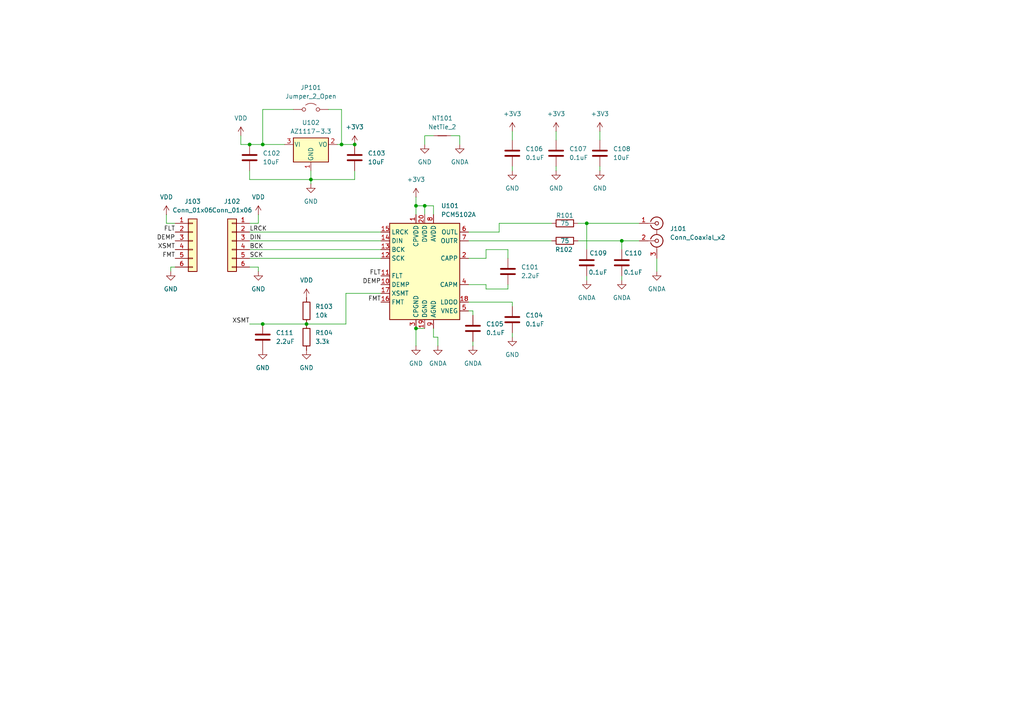
<source format=kicad_sch>
(kicad_sch
	(version 20231120)
	(generator "eeschema")
	(generator_version "8.0")
	(uuid "8e943093-4ca5-485c-be20-6bf73ec73da1")
	(paper "A4")
	(lib_symbols
		(symbol "Audio:PCM5102A"
			(exclude_from_sim no)
			(in_bom yes)
			(on_board yes)
			(property "Reference" "U"
				(at -10.16 13.97 0)
				(effects
					(font
						(size 1.27 1.27)
					)
					(justify left)
				)
			)
			(property "Value" "PCM5102A"
				(at 3.81 13.97 0)
				(effects
					(font
						(size 1.27 1.27)
					)
					(justify left)
				)
			)
			(property "Footprint" "Package_SO:TSSOP-20_4.4x6.5mm_P0.65mm"
				(at 25.4 -16.51 0)
				(effects
					(font
						(size 1.27 1.27)
					)
					(hide yes)
				)
			)
			(property "Datasheet" "https://www.ti.com/lit/ds/symlink/pcm5102a.pdf"
				(at 0 0 0)
				(effects
					(font
						(size 1.27 1.27)
					)
					(hide yes)
				)
			)
			(property "Description" "2.1 VRMS, 112dB Audio Stereo DAC with PLL and 32-bit, 384kHz PCM Interface, TSSOP-20"
				(at 0 0 0)
				(effects
					(font
						(size 1.27 1.27)
					)
					(hide yes)
				)
			)
			(property "ki_keywords" "audio dac 2ch 32bit 384kHz"
				(at 0 0 0)
				(effects
					(font
						(size 1.27 1.27)
					)
					(hide yes)
				)
			)
			(property "ki_fp_filters" "TSSOP*4.4x6.5mm*P0.65mm*"
				(at 0 0 0)
				(effects
					(font
						(size 1.27 1.27)
					)
					(hide yes)
				)
			)
			(symbol "PCM5102A_0_1"
				(rectangle
					(start -10.16 12.7)
					(end 10.16 -15.24)
					(stroke
						(width 0.254)
						(type default)
					)
					(fill
						(type background)
					)
				)
			)
			(symbol "PCM5102A_1_1"
				(pin passive line
					(at -2.54 15.24 270)
					(length 2.54)
					(name "CPVDD"
						(effects
							(font
								(size 1.27 1.27)
							)
						)
					)
					(number "1"
						(effects
							(font
								(size 1.27 1.27)
							)
						)
					)
				)
				(pin input line
					(at -12.7 -5.08 0)
					(length 2.54)
					(name "DEMP"
						(effects
							(font
								(size 1.27 1.27)
							)
						)
					)
					(number "10"
						(effects
							(font
								(size 1.27 1.27)
							)
						)
					)
				)
				(pin input line
					(at -12.7 -2.54 0)
					(length 2.54)
					(name "FLT"
						(effects
							(font
								(size 1.27 1.27)
							)
						)
					)
					(number "11"
						(effects
							(font
								(size 1.27 1.27)
							)
						)
					)
				)
				(pin input line
					(at -12.7 2.54 0)
					(length 2.54)
					(name "SCK"
						(effects
							(font
								(size 1.27 1.27)
							)
						)
					)
					(number "12"
						(effects
							(font
								(size 1.27 1.27)
							)
						)
					)
				)
				(pin input line
					(at -12.7 5.08 0)
					(length 2.54)
					(name "BCK"
						(effects
							(font
								(size 1.27 1.27)
							)
						)
					)
					(number "13"
						(effects
							(font
								(size 1.27 1.27)
							)
						)
					)
				)
				(pin input line
					(at -12.7 7.62 0)
					(length 2.54)
					(name "DIN"
						(effects
							(font
								(size 1.27 1.27)
							)
						)
					)
					(number "14"
						(effects
							(font
								(size 1.27 1.27)
							)
						)
					)
				)
				(pin input line
					(at -12.7 10.16 0)
					(length 2.54)
					(name "LRCK"
						(effects
							(font
								(size 1.27 1.27)
							)
						)
					)
					(number "15"
						(effects
							(font
								(size 1.27 1.27)
							)
						)
					)
				)
				(pin input line
					(at -12.7 -10.16 0)
					(length 2.54)
					(name "FMT"
						(effects
							(font
								(size 1.27 1.27)
							)
						)
					)
					(number "16"
						(effects
							(font
								(size 1.27 1.27)
							)
						)
					)
				)
				(pin input line
					(at -12.7 -7.62 0)
					(length 2.54)
					(name "XSMT"
						(effects
							(font
								(size 1.27 1.27)
							)
						)
					)
					(number "17"
						(effects
							(font
								(size 1.27 1.27)
							)
						)
					)
				)
				(pin passive line
					(at 12.7 -10.16 180)
					(length 2.54)
					(name "LDOO"
						(effects
							(font
								(size 1.27 1.27)
							)
						)
					)
					(number "18"
						(effects
							(font
								(size 1.27 1.27)
							)
						)
					)
				)
				(pin power_in line
					(at 0 -17.78 90)
					(length 2.54)
					(name "DGND"
						(effects
							(font
								(size 1.27 1.27)
							)
						)
					)
					(number "19"
						(effects
							(font
								(size 1.27 1.27)
							)
						)
					)
				)
				(pin passive line
					(at 12.7 2.54 180)
					(length 2.54)
					(name "CAPP"
						(effects
							(font
								(size 1.27 1.27)
							)
						)
					)
					(number "2"
						(effects
							(font
								(size 1.27 1.27)
							)
						)
					)
				)
				(pin power_in line
					(at 0 15.24 270)
					(length 2.54)
					(name "DVDD"
						(effects
							(font
								(size 1.27 1.27)
							)
						)
					)
					(number "20"
						(effects
							(font
								(size 1.27 1.27)
							)
						)
					)
				)
				(pin power_in line
					(at -2.54 -17.78 90)
					(length 2.54)
					(name "CPGND"
						(effects
							(font
								(size 1.27 1.27)
							)
						)
					)
					(number "3"
						(effects
							(font
								(size 1.27 1.27)
							)
						)
					)
				)
				(pin passive line
					(at 12.7 -5.08 180)
					(length 2.54)
					(name "CAPM"
						(effects
							(font
								(size 1.27 1.27)
							)
						)
					)
					(number "4"
						(effects
							(font
								(size 1.27 1.27)
							)
						)
					)
				)
				(pin passive line
					(at 12.7 -12.7 180)
					(length 2.54)
					(name "VNEG"
						(effects
							(font
								(size 1.27 1.27)
							)
						)
					)
					(number "5"
						(effects
							(font
								(size 1.27 1.27)
							)
						)
					)
				)
				(pin output line
					(at 12.7 10.16 180)
					(length 2.54)
					(name "OUTL"
						(effects
							(font
								(size 1.27 1.27)
							)
						)
					)
					(number "6"
						(effects
							(font
								(size 1.27 1.27)
							)
						)
					)
				)
				(pin output line
					(at 12.7 7.62 180)
					(length 2.54)
					(name "OUTR"
						(effects
							(font
								(size 1.27 1.27)
							)
						)
					)
					(number "7"
						(effects
							(font
								(size 1.27 1.27)
							)
						)
					)
				)
				(pin power_in line
					(at 2.54 15.24 270)
					(length 2.54)
					(name "AVDD"
						(effects
							(font
								(size 1.27 1.27)
							)
						)
					)
					(number "8"
						(effects
							(font
								(size 1.27 1.27)
							)
						)
					)
				)
				(pin power_in line
					(at 2.54 -17.78 90)
					(length 2.54)
					(name "AGND"
						(effects
							(font
								(size 1.27 1.27)
							)
						)
					)
					(number "9"
						(effects
							(font
								(size 1.27 1.27)
							)
						)
					)
				)
			)
		)
		(symbol "Connector:Conn_Coaxial_x2"
			(pin_names
				(offset 1.016) hide)
			(exclude_from_sim no)
			(in_bom yes)
			(on_board yes)
			(property "Reference" "J"
				(at 0 5.715 0)
				(effects
					(font
						(size 1.27 1.27)
					)
				)
			)
			(property "Value" "Conn_Coaxial_x2"
				(at 2.921 0 90)
				(effects
					(font
						(size 1.27 1.27)
					)
				)
			)
			(property "Footprint" ""
				(at 0 -2.54 0)
				(effects
					(font
						(size 1.27 1.27)
					)
					(hide yes)
				)
			)
			(property "Datasheet" "~"
				(at 0 -2.54 0)
				(effects
					(font
						(size 1.27 1.27)
					)
					(hide yes)
				)
			)
			(property "Description" "double coaxial connector (BNC, SMA, SMB, SMC, Cinch/RCA, LEMO, ...)"
				(at 0 0 0)
				(effects
					(font
						(size 1.27 1.27)
					)
					(hide yes)
				)
			)
			(property "ki_keywords" "BNC SMA SMB SMC LEMO coaxial connector CINCH RCA"
				(at 0 0 0)
				(effects
					(font
						(size 1.27 1.27)
					)
					(hide yes)
				)
			)
			(property "ki_fp_filters" "*BNC* *SMA* *SMB* *SMC* *Cinch* *LEMO*"
				(at 0 0 0)
				(effects
					(font
						(size 1.27 1.27)
					)
					(hide yes)
				)
			)
			(symbol "Conn_Coaxial_x2_0_1"
				(arc
					(start -1.778 -3.048)
					(mid 0.2311 -4.3466)
					(end 1.778 -2.54)
					(stroke
						(width 0.254)
						(type default)
					)
					(fill
						(type none)
					)
				)
				(arc
					(start -1.778 2.032)
					(mid 0.2311 0.7334)
					(end 1.778 2.54)
					(stroke
						(width 0.254)
						(type default)
					)
					(fill
						(type none)
					)
				)
				(circle
					(center 0 -2.54)
					(radius 0.508)
					(stroke
						(width 0.2032)
						(type default)
					)
					(fill
						(type none)
					)
				)
				(polyline
					(pts
						(xy -2.54 -2.54) (xy -0.508 -2.54)
					)
					(stroke
						(width 0)
						(type default)
					)
					(fill
						(type none)
					)
				)
				(polyline
					(pts
						(xy -2.54 2.54) (xy -0.508 2.54)
					)
					(stroke
						(width 0)
						(type default)
					)
					(fill
						(type none)
					)
				)
				(polyline
					(pts
						(xy 0 -5.08) (xy 0 -4.318)
					)
					(stroke
						(width 0)
						(type default)
					)
					(fill
						(type none)
					)
				)
				(polyline
					(pts
						(xy 0 0.762) (xy 0 -0.635)
					)
					(stroke
						(width 0)
						(type default)
					)
					(fill
						(type none)
					)
				)
				(circle
					(center 0 2.54)
					(radius 0.508)
					(stroke
						(width 0.2032)
						(type default)
					)
					(fill
						(type none)
					)
				)
				(arc
					(start 1.778 -2.54)
					(mid 0.2099 -0.7299)
					(end -1.778 -2.032)
					(stroke
						(width 0.254)
						(type default)
					)
					(fill
						(type none)
					)
				)
				(arc
					(start 1.778 2.54)
					(mid 0.2099 4.3501)
					(end -1.778 3.048)
					(stroke
						(width 0.254)
						(type default)
					)
					(fill
						(type none)
					)
				)
			)
			(symbol "Conn_Coaxial_x2_1_1"
				(pin passive line
					(at -5.08 2.54 0)
					(length 2.54)
					(name "IN1"
						(effects
							(font
								(size 1.27 1.27)
							)
						)
					)
					(number "1"
						(effects
							(font
								(size 1.27 1.27)
							)
						)
					)
				)
				(pin passive line
					(at -5.08 -2.54 0)
					(length 2.54)
					(name "IN2"
						(effects
							(font
								(size 1.27 1.27)
							)
						)
					)
					(number "2"
						(effects
							(font
								(size 1.27 1.27)
							)
						)
					)
				)
				(pin passive line
					(at 0 -7.62 90)
					(length 2.54)
					(name "EXT"
						(effects
							(font
								(size 1.27 1.27)
							)
						)
					)
					(number "3"
						(effects
							(font
								(size 1.27 1.27)
							)
						)
					)
				)
			)
		)
		(symbol "Connector_Generic:Conn_01x06"
			(pin_names
				(offset 1.016) hide)
			(exclude_from_sim no)
			(in_bom yes)
			(on_board yes)
			(property "Reference" "J"
				(at 0 7.62 0)
				(effects
					(font
						(size 1.27 1.27)
					)
				)
			)
			(property "Value" "Conn_01x06"
				(at 0 -10.16 0)
				(effects
					(font
						(size 1.27 1.27)
					)
				)
			)
			(property "Footprint" ""
				(at 0 0 0)
				(effects
					(font
						(size 1.27 1.27)
					)
					(hide yes)
				)
			)
			(property "Datasheet" "~"
				(at 0 0 0)
				(effects
					(font
						(size 1.27 1.27)
					)
					(hide yes)
				)
			)
			(property "Description" "Generic connector, single row, 01x06, script generated (kicad-library-utils/schlib/autogen/connector/)"
				(at 0 0 0)
				(effects
					(font
						(size 1.27 1.27)
					)
					(hide yes)
				)
			)
			(property "ki_keywords" "connector"
				(at 0 0 0)
				(effects
					(font
						(size 1.27 1.27)
					)
					(hide yes)
				)
			)
			(property "ki_fp_filters" "Connector*:*_1x??_*"
				(at 0 0 0)
				(effects
					(font
						(size 1.27 1.27)
					)
					(hide yes)
				)
			)
			(symbol "Conn_01x06_1_1"
				(rectangle
					(start -1.27 -7.493)
					(end 0 -7.747)
					(stroke
						(width 0.1524)
						(type default)
					)
					(fill
						(type none)
					)
				)
				(rectangle
					(start -1.27 -4.953)
					(end 0 -5.207)
					(stroke
						(width 0.1524)
						(type default)
					)
					(fill
						(type none)
					)
				)
				(rectangle
					(start -1.27 -2.413)
					(end 0 -2.667)
					(stroke
						(width 0.1524)
						(type default)
					)
					(fill
						(type none)
					)
				)
				(rectangle
					(start -1.27 0.127)
					(end 0 -0.127)
					(stroke
						(width 0.1524)
						(type default)
					)
					(fill
						(type none)
					)
				)
				(rectangle
					(start -1.27 2.667)
					(end 0 2.413)
					(stroke
						(width 0.1524)
						(type default)
					)
					(fill
						(type none)
					)
				)
				(rectangle
					(start -1.27 5.207)
					(end 0 4.953)
					(stroke
						(width 0.1524)
						(type default)
					)
					(fill
						(type none)
					)
				)
				(rectangle
					(start -1.27 6.35)
					(end 1.27 -8.89)
					(stroke
						(width 0.254)
						(type default)
					)
					(fill
						(type background)
					)
				)
				(pin passive line
					(at -5.08 5.08 0)
					(length 3.81)
					(name "Pin_1"
						(effects
							(font
								(size 1.27 1.27)
							)
						)
					)
					(number "1"
						(effects
							(font
								(size 1.27 1.27)
							)
						)
					)
				)
				(pin passive line
					(at -5.08 2.54 0)
					(length 3.81)
					(name "Pin_2"
						(effects
							(font
								(size 1.27 1.27)
							)
						)
					)
					(number "2"
						(effects
							(font
								(size 1.27 1.27)
							)
						)
					)
				)
				(pin passive line
					(at -5.08 0 0)
					(length 3.81)
					(name "Pin_3"
						(effects
							(font
								(size 1.27 1.27)
							)
						)
					)
					(number "3"
						(effects
							(font
								(size 1.27 1.27)
							)
						)
					)
				)
				(pin passive line
					(at -5.08 -2.54 0)
					(length 3.81)
					(name "Pin_4"
						(effects
							(font
								(size 1.27 1.27)
							)
						)
					)
					(number "4"
						(effects
							(font
								(size 1.27 1.27)
							)
						)
					)
				)
				(pin passive line
					(at -5.08 -5.08 0)
					(length 3.81)
					(name "Pin_5"
						(effects
							(font
								(size 1.27 1.27)
							)
						)
					)
					(number "5"
						(effects
							(font
								(size 1.27 1.27)
							)
						)
					)
				)
				(pin passive line
					(at -5.08 -7.62 0)
					(length 3.81)
					(name "Pin_6"
						(effects
							(font
								(size 1.27 1.27)
							)
						)
					)
					(number "6"
						(effects
							(font
								(size 1.27 1.27)
							)
						)
					)
				)
			)
		)
		(symbol "Device:C"
			(pin_numbers hide)
			(pin_names
				(offset 0.254)
			)
			(exclude_from_sim no)
			(in_bom yes)
			(on_board yes)
			(property "Reference" "C"
				(at 0.635 2.54 0)
				(effects
					(font
						(size 1.27 1.27)
					)
					(justify left)
				)
			)
			(property "Value" "C"
				(at 0.635 -2.54 0)
				(effects
					(font
						(size 1.27 1.27)
					)
					(justify left)
				)
			)
			(property "Footprint" ""
				(at 0.9652 -3.81 0)
				(effects
					(font
						(size 1.27 1.27)
					)
					(hide yes)
				)
			)
			(property "Datasheet" "~"
				(at 0 0 0)
				(effects
					(font
						(size 1.27 1.27)
					)
					(hide yes)
				)
			)
			(property "Description" "Unpolarized capacitor"
				(at 0 0 0)
				(effects
					(font
						(size 1.27 1.27)
					)
					(hide yes)
				)
			)
			(property "ki_keywords" "cap capacitor"
				(at 0 0 0)
				(effects
					(font
						(size 1.27 1.27)
					)
					(hide yes)
				)
			)
			(property "ki_fp_filters" "C_*"
				(at 0 0 0)
				(effects
					(font
						(size 1.27 1.27)
					)
					(hide yes)
				)
			)
			(symbol "C_0_1"
				(polyline
					(pts
						(xy -2.032 -0.762) (xy 2.032 -0.762)
					)
					(stroke
						(width 0.508)
						(type default)
					)
					(fill
						(type none)
					)
				)
				(polyline
					(pts
						(xy -2.032 0.762) (xy 2.032 0.762)
					)
					(stroke
						(width 0.508)
						(type default)
					)
					(fill
						(type none)
					)
				)
			)
			(symbol "C_1_1"
				(pin passive line
					(at 0 3.81 270)
					(length 2.794)
					(name "~"
						(effects
							(font
								(size 1.27 1.27)
							)
						)
					)
					(number "1"
						(effects
							(font
								(size 1.27 1.27)
							)
						)
					)
				)
				(pin passive line
					(at 0 -3.81 90)
					(length 2.794)
					(name "~"
						(effects
							(font
								(size 1.27 1.27)
							)
						)
					)
					(number "2"
						(effects
							(font
								(size 1.27 1.27)
							)
						)
					)
				)
			)
		)
		(symbol "Device:NetTie_2"
			(pin_numbers hide)
			(pin_names
				(offset 0) hide)
			(exclude_from_sim no)
			(in_bom no)
			(on_board yes)
			(property "Reference" "NT"
				(at 0 1.27 0)
				(effects
					(font
						(size 1.27 1.27)
					)
				)
			)
			(property "Value" "NetTie_2"
				(at 0 -1.27 0)
				(effects
					(font
						(size 1.27 1.27)
					)
				)
			)
			(property "Footprint" ""
				(at 0 0 0)
				(effects
					(font
						(size 1.27 1.27)
					)
					(hide yes)
				)
			)
			(property "Datasheet" "~"
				(at 0 0 0)
				(effects
					(font
						(size 1.27 1.27)
					)
					(hide yes)
				)
			)
			(property "Description" "Net tie, 2 pins"
				(at 0 0 0)
				(effects
					(font
						(size 1.27 1.27)
					)
					(hide yes)
				)
			)
			(property "ki_keywords" "net tie short"
				(at 0 0 0)
				(effects
					(font
						(size 1.27 1.27)
					)
					(hide yes)
				)
			)
			(property "ki_fp_filters" "Net*Tie*"
				(at 0 0 0)
				(effects
					(font
						(size 1.27 1.27)
					)
					(hide yes)
				)
			)
			(symbol "NetTie_2_0_1"
				(polyline
					(pts
						(xy -1.27 0) (xy 1.27 0)
					)
					(stroke
						(width 0.254)
						(type default)
					)
					(fill
						(type none)
					)
				)
			)
			(symbol "NetTie_2_1_1"
				(pin passive line
					(at -2.54 0 0)
					(length 2.54)
					(name "1"
						(effects
							(font
								(size 1.27 1.27)
							)
						)
					)
					(number "1"
						(effects
							(font
								(size 1.27 1.27)
							)
						)
					)
				)
				(pin passive line
					(at 2.54 0 180)
					(length 2.54)
					(name "2"
						(effects
							(font
								(size 1.27 1.27)
							)
						)
					)
					(number "2"
						(effects
							(font
								(size 1.27 1.27)
							)
						)
					)
				)
			)
		)
		(symbol "Device:R"
			(pin_numbers hide)
			(pin_names
				(offset 0)
			)
			(exclude_from_sim no)
			(in_bom yes)
			(on_board yes)
			(property "Reference" "R"
				(at 2.032 0 90)
				(effects
					(font
						(size 1.27 1.27)
					)
				)
			)
			(property "Value" "R"
				(at 0 0 90)
				(effects
					(font
						(size 1.27 1.27)
					)
				)
			)
			(property "Footprint" ""
				(at -1.778 0 90)
				(effects
					(font
						(size 1.27 1.27)
					)
					(hide yes)
				)
			)
			(property "Datasheet" "~"
				(at 0 0 0)
				(effects
					(font
						(size 1.27 1.27)
					)
					(hide yes)
				)
			)
			(property "Description" "Resistor"
				(at 0 0 0)
				(effects
					(font
						(size 1.27 1.27)
					)
					(hide yes)
				)
			)
			(property "ki_keywords" "R res resistor"
				(at 0 0 0)
				(effects
					(font
						(size 1.27 1.27)
					)
					(hide yes)
				)
			)
			(property "ki_fp_filters" "R_*"
				(at 0 0 0)
				(effects
					(font
						(size 1.27 1.27)
					)
					(hide yes)
				)
			)
			(symbol "R_0_1"
				(rectangle
					(start -1.016 -2.54)
					(end 1.016 2.54)
					(stroke
						(width 0.254)
						(type default)
					)
					(fill
						(type none)
					)
				)
			)
			(symbol "R_1_1"
				(pin passive line
					(at 0 3.81 270)
					(length 1.27)
					(name "~"
						(effects
							(font
								(size 1.27 1.27)
							)
						)
					)
					(number "1"
						(effects
							(font
								(size 1.27 1.27)
							)
						)
					)
				)
				(pin passive line
					(at 0 -3.81 90)
					(length 1.27)
					(name "~"
						(effects
							(font
								(size 1.27 1.27)
							)
						)
					)
					(number "2"
						(effects
							(font
								(size 1.27 1.27)
							)
						)
					)
				)
			)
		)
		(symbol "Jumper:Jumper_2_Open"
			(pin_numbers hide)
			(pin_names
				(offset 0) hide)
			(exclude_from_sim yes)
			(in_bom yes)
			(on_board yes)
			(property "Reference" "JP"
				(at 0 2.794 0)
				(effects
					(font
						(size 1.27 1.27)
					)
				)
			)
			(property "Value" "Jumper_2_Open"
				(at 0 -2.286 0)
				(effects
					(font
						(size 1.27 1.27)
					)
				)
			)
			(property "Footprint" ""
				(at 0 0 0)
				(effects
					(font
						(size 1.27 1.27)
					)
					(hide yes)
				)
			)
			(property "Datasheet" "~"
				(at 0 0 0)
				(effects
					(font
						(size 1.27 1.27)
					)
					(hide yes)
				)
			)
			(property "Description" "Jumper, 2-pole, open"
				(at 0 0 0)
				(effects
					(font
						(size 1.27 1.27)
					)
					(hide yes)
				)
			)
			(property "ki_keywords" "Jumper SPST"
				(at 0 0 0)
				(effects
					(font
						(size 1.27 1.27)
					)
					(hide yes)
				)
			)
			(property "ki_fp_filters" "Jumper* TestPoint*2Pads* TestPoint*Bridge*"
				(at 0 0 0)
				(effects
					(font
						(size 1.27 1.27)
					)
					(hide yes)
				)
			)
			(symbol "Jumper_2_Open_0_0"
				(circle
					(center -2.032 0)
					(radius 0.508)
					(stroke
						(width 0)
						(type default)
					)
					(fill
						(type none)
					)
				)
				(circle
					(center 2.032 0)
					(radius 0.508)
					(stroke
						(width 0)
						(type default)
					)
					(fill
						(type none)
					)
				)
			)
			(symbol "Jumper_2_Open_0_1"
				(arc
					(start 1.524 1.27)
					(mid 0 1.778)
					(end -1.524 1.27)
					(stroke
						(width 0)
						(type default)
					)
					(fill
						(type none)
					)
				)
			)
			(symbol "Jumper_2_Open_1_1"
				(pin passive line
					(at -5.08 0 0)
					(length 2.54)
					(name "A"
						(effects
							(font
								(size 1.27 1.27)
							)
						)
					)
					(number "1"
						(effects
							(font
								(size 1.27 1.27)
							)
						)
					)
				)
				(pin passive line
					(at 5.08 0 180)
					(length 2.54)
					(name "B"
						(effects
							(font
								(size 1.27 1.27)
							)
						)
					)
					(number "2"
						(effects
							(font
								(size 1.27 1.27)
							)
						)
					)
				)
			)
		)
		(symbol "Regulator_Linear:AZ1117-3.3"
			(pin_names
				(offset 0.254)
			)
			(exclude_from_sim no)
			(in_bom yes)
			(on_board yes)
			(property "Reference" "U"
				(at -3.81 3.175 0)
				(effects
					(font
						(size 1.27 1.27)
					)
				)
			)
			(property "Value" "AZ1117-3.3"
				(at 0 3.175 0)
				(effects
					(font
						(size 1.27 1.27)
					)
					(justify left)
				)
			)
			(property "Footprint" ""
				(at 0 6.35 0)
				(effects
					(font
						(size 1.27 1.27)
						(italic yes)
					)
					(hide yes)
				)
			)
			(property "Datasheet" "https://www.diodes.com/assets/Datasheets/AZ1117.pdf"
				(at 0 0 0)
				(effects
					(font
						(size 1.27 1.27)
					)
					(hide yes)
				)
			)
			(property "Description" "1A 20V Fixed LDO Linear Regulator, 3.3V, SOT-89/SOT-223/TO-220/TO-252/TO-263"
				(at 0 0 0)
				(effects
					(font
						(size 1.27 1.27)
					)
					(hide yes)
				)
			)
			(property "ki_keywords" "Fixed Voltage Regulator 1A Positive LDO"
				(at 0 0 0)
				(effects
					(font
						(size 1.27 1.27)
					)
					(hide yes)
				)
			)
			(property "ki_fp_filters" "SOT?223* SOT?89* TO?220* TO?252* TO?263*"
				(at 0 0 0)
				(effects
					(font
						(size 1.27 1.27)
					)
					(hide yes)
				)
			)
			(symbol "AZ1117-3.3_0_1"
				(rectangle
					(start -5.08 1.905)
					(end 5.08 -5.08)
					(stroke
						(width 0.254)
						(type default)
					)
					(fill
						(type background)
					)
				)
			)
			(symbol "AZ1117-3.3_1_1"
				(pin power_in line
					(at 0 -7.62 90)
					(length 2.54)
					(name "GND"
						(effects
							(font
								(size 1.27 1.27)
							)
						)
					)
					(number "1"
						(effects
							(font
								(size 1.27 1.27)
							)
						)
					)
				)
				(pin power_out line
					(at 7.62 0 180)
					(length 2.54)
					(name "VO"
						(effects
							(font
								(size 1.27 1.27)
							)
						)
					)
					(number "2"
						(effects
							(font
								(size 1.27 1.27)
							)
						)
					)
				)
				(pin power_in line
					(at -7.62 0 0)
					(length 2.54)
					(name "VI"
						(effects
							(font
								(size 1.27 1.27)
							)
						)
					)
					(number "3"
						(effects
							(font
								(size 1.27 1.27)
							)
						)
					)
				)
			)
		)
		(symbol "power:+3V3"
			(power)
			(pin_numbers hide)
			(pin_names
				(offset 0) hide)
			(exclude_from_sim no)
			(in_bom yes)
			(on_board yes)
			(property "Reference" "#PWR"
				(at 0 -3.81 0)
				(effects
					(font
						(size 1.27 1.27)
					)
					(hide yes)
				)
			)
			(property "Value" "+3V3"
				(at 0 3.556 0)
				(effects
					(font
						(size 1.27 1.27)
					)
				)
			)
			(property "Footprint" ""
				(at 0 0 0)
				(effects
					(font
						(size 1.27 1.27)
					)
					(hide yes)
				)
			)
			(property "Datasheet" ""
				(at 0 0 0)
				(effects
					(font
						(size 1.27 1.27)
					)
					(hide yes)
				)
			)
			(property "Description" "Power symbol creates a global label with name \"+3V3\""
				(at 0 0 0)
				(effects
					(font
						(size 1.27 1.27)
					)
					(hide yes)
				)
			)
			(property "ki_keywords" "global power"
				(at 0 0 0)
				(effects
					(font
						(size 1.27 1.27)
					)
					(hide yes)
				)
			)
			(symbol "+3V3_0_1"
				(polyline
					(pts
						(xy -0.762 1.27) (xy 0 2.54)
					)
					(stroke
						(width 0)
						(type default)
					)
					(fill
						(type none)
					)
				)
				(polyline
					(pts
						(xy 0 0) (xy 0 2.54)
					)
					(stroke
						(width 0)
						(type default)
					)
					(fill
						(type none)
					)
				)
				(polyline
					(pts
						(xy 0 2.54) (xy 0.762 1.27)
					)
					(stroke
						(width 0)
						(type default)
					)
					(fill
						(type none)
					)
				)
			)
			(symbol "+3V3_1_1"
				(pin power_in line
					(at 0 0 90)
					(length 0)
					(name "~"
						(effects
							(font
								(size 1.27 1.27)
							)
						)
					)
					(number "1"
						(effects
							(font
								(size 1.27 1.27)
							)
						)
					)
				)
			)
		)
		(symbol "power:GND"
			(power)
			(pin_numbers hide)
			(pin_names
				(offset 0) hide)
			(exclude_from_sim no)
			(in_bom yes)
			(on_board yes)
			(property "Reference" "#PWR"
				(at 0 -6.35 0)
				(effects
					(font
						(size 1.27 1.27)
					)
					(hide yes)
				)
			)
			(property "Value" "GND"
				(at 0 -3.81 0)
				(effects
					(font
						(size 1.27 1.27)
					)
				)
			)
			(property "Footprint" ""
				(at 0 0 0)
				(effects
					(font
						(size 1.27 1.27)
					)
					(hide yes)
				)
			)
			(property "Datasheet" ""
				(at 0 0 0)
				(effects
					(font
						(size 1.27 1.27)
					)
					(hide yes)
				)
			)
			(property "Description" "Power symbol creates a global label with name \"GND\" , ground"
				(at 0 0 0)
				(effects
					(font
						(size 1.27 1.27)
					)
					(hide yes)
				)
			)
			(property "ki_keywords" "global power"
				(at 0 0 0)
				(effects
					(font
						(size 1.27 1.27)
					)
					(hide yes)
				)
			)
			(symbol "GND_0_1"
				(polyline
					(pts
						(xy 0 0) (xy 0 -1.27) (xy 1.27 -1.27) (xy 0 -2.54) (xy -1.27 -1.27) (xy 0 -1.27)
					)
					(stroke
						(width 0)
						(type default)
					)
					(fill
						(type none)
					)
				)
			)
			(symbol "GND_1_1"
				(pin power_in line
					(at 0 0 270)
					(length 0)
					(name "~"
						(effects
							(font
								(size 1.27 1.27)
							)
						)
					)
					(number "1"
						(effects
							(font
								(size 1.27 1.27)
							)
						)
					)
				)
			)
		)
		(symbol "power:GNDA"
			(power)
			(pin_numbers hide)
			(pin_names
				(offset 0) hide)
			(exclude_from_sim no)
			(in_bom yes)
			(on_board yes)
			(property "Reference" "#PWR"
				(at 0 -6.35 0)
				(effects
					(font
						(size 1.27 1.27)
					)
					(hide yes)
				)
			)
			(property "Value" "GNDA"
				(at 0 -3.81 0)
				(effects
					(font
						(size 1.27 1.27)
					)
				)
			)
			(property "Footprint" ""
				(at 0 0 0)
				(effects
					(font
						(size 1.27 1.27)
					)
					(hide yes)
				)
			)
			(property "Datasheet" ""
				(at 0 0 0)
				(effects
					(font
						(size 1.27 1.27)
					)
					(hide yes)
				)
			)
			(property "Description" "Power symbol creates a global label with name \"GNDA\" , analog ground"
				(at 0 0 0)
				(effects
					(font
						(size 1.27 1.27)
					)
					(hide yes)
				)
			)
			(property "ki_keywords" "global power"
				(at 0 0 0)
				(effects
					(font
						(size 1.27 1.27)
					)
					(hide yes)
				)
			)
			(symbol "GNDA_0_1"
				(polyline
					(pts
						(xy 0 0) (xy 0 -1.27) (xy 1.27 -1.27) (xy 0 -2.54) (xy -1.27 -1.27) (xy 0 -1.27)
					)
					(stroke
						(width 0)
						(type default)
					)
					(fill
						(type none)
					)
				)
			)
			(symbol "GNDA_1_1"
				(pin power_in line
					(at 0 0 270)
					(length 0)
					(name "~"
						(effects
							(font
								(size 1.27 1.27)
							)
						)
					)
					(number "1"
						(effects
							(font
								(size 1.27 1.27)
							)
						)
					)
				)
			)
		)
		(symbol "power:VDD"
			(power)
			(pin_numbers hide)
			(pin_names
				(offset 0) hide)
			(exclude_from_sim no)
			(in_bom yes)
			(on_board yes)
			(property "Reference" "#PWR"
				(at 0 -3.81 0)
				(effects
					(font
						(size 1.27 1.27)
					)
					(hide yes)
				)
			)
			(property "Value" "VDD"
				(at 0 3.556 0)
				(effects
					(font
						(size 1.27 1.27)
					)
				)
			)
			(property "Footprint" ""
				(at 0 0 0)
				(effects
					(font
						(size 1.27 1.27)
					)
					(hide yes)
				)
			)
			(property "Datasheet" ""
				(at 0 0 0)
				(effects
					(font
						(size 1.27 1.27)
					)
					(hide yes)
				)
			)
			(property "Description" "Power symbol creates a global label with name \"VDD\""
				(at 0 0 0)
				(effects
					(font
						(size 1.27 1.27)
					)
					(hide yes)
				)
			)
			(property "ki_keywords" "global power"
				(at 0 0 0)
				(effects
					(font
						(size 1.27 1.27)
					)
					(hide yes)
				)
			)
			(symbol "VDD_0_1"
				(polyline
					(pts
						(xy -0.762 1.27) (xy 0 2.54)
					)
					(stroke
						(width 0)
						(type default)
					)
					(fill
						(type none)
					)
				)
				(polyline
					(pts
						(xy 0 0) (xy 0 2.54)
					)
					(stroke
						(width 0)
						(type default)
					)
					(fill
						(type none)
					)
				)
				(polyline
					(pts
						(xy 0 2.54) (xy 0.762 1.27)
					)
					(stroke
						(width 0)
						(type default)
					)
					(fill
						(type none)
					)
				)
			)
			(symbol "VDD_1_1"
				(pin power_in line
					(at 0 0 90)
					(length 0)
					(name "~"
						(effects
							(font
								(size 1.27 1.27)
							)
						)
					)
					(number "1"
						(effects
							(font
								(size 1.27 1.27)
							)
						)
					)
				)
			)
		)
	)
	(junction
		(at 123.19 59.69)
		(diameter 0)
		(color 0 0 0 0)
		(uuid "053f625b-155e-4099-b064-58436c55e6b7")
	)
	(junction
		(at 88.9 93.98)
		(diameter 0)
		(color 0 0 0 0)
		(uuid "10ecc8c7-10df-486d-aafa-a9fef0d25d2a")
	)
	(junction
		(at 76.2 93.98)
		(diameter 0)
		(color 0 0 0 0)
		(uuid "44992826-2b32-4a69-b200-5e22ed7df491")
	)
	(junction
		(at 76.2 41.91)
		(diameter 0)
		(color 0 0 0 0)
		(uuid "71f6b300-449f-4694-bb5e-d5e3df2c520d")
	)
	(junction
		(at 99.06 41.91)
		(diameter 0)
		(color 0 0 0 0)
		(uuid "7473c2cb-2d51-4552-a0d9-6f044506f7dd")
	)
	(junction
		(at 120.65 95.25)
		(diameter 0)
		(color 0 0 0 0)
		(uuid "77a3476e-e51f-467c-9887-e5af5540b93e")
	)
	(junction
		(at 90.17 52.07)
		(diameter 0)
		(color 0 0 0 0)
		(uuid "7f293bd3-0fb2-49d5-8f22-6590ba49c8ee")
	)
	(junction
		(at 72.39 41.91)
		(diameter 0)
		(color 0 0 0 0)
		(uuid "9120cded-d855-4319-91a5-55a281a573ee")
	)
	(junction
		(at 180.34 69.85)
		(diameter 0)
		(color 0 0 0 0)
		(uuid "94dd3089-2949-4442-86cf-0f22b864eac3")
	)
	(junction
		(at 102.87 41.91)
		(diameter 0)
		(color 0 0 0 0)
		(uuid "a3ff9ce6-2037-426e-87e9-5c0e6b46ea40")
	)
	(junction
		(at 120.65 59.69)
		(diameter 0)
		(color 0 0 0 0)
		(uuid "e7e6f2ba-deed-42d8-8f22-b6267576257e")
	)
	(junction
		(at 170.18 64.77)
		(diameter 0)
		(color 0 0 0 0)
		(uuid "fcd4ceb6-c1b7-4d83-8885-e3e72503ca59")
	)
	(wire
		(pts
			(xy 120.65 95.25) (xy 120.65 100.33)
		)
		(stroke
			(width 0)
			(type default)
		)
		(uuid "04d911ba-1607-40d9-95a0-d673cd65b840")
	)
	(wire
		(pts
			(xy 76.2 31.75) (xy 76.2 41.91)
		)
		(stroke
			(width 0)
			(type default)
		)
		(uuid "0b2c00a7-db44-4d39-8a13-1a148fa12318")
	)
	(wire
		(pts
			(xy 95.25 31.75) (xy 99.06 31.75)
		)
		(stroke
			(width 0)
			(type default)
		)
		(uuid "0d729691-3364-40b4-8011-d4df5c339512")
	)
	(wire
		(pts
			(xy 148.59 38.1) (xy 148.59 40.64)
		)
		(stroke
			(width 0)
			(type default)
		)
		(uuid "0f3f622f-c626-4d8a-95e5-24e510f61602")
	)
	(wire
		(pts
			(xy 148.59 96.52) (xy 148.59 97.79)
		)
		(stroke
			(width 0)
			(type default)
		)
		(uuid "1137da2a-ca37-4a47-8de3-520530f74240")
	)
	(wire
		(pts
			(xy 100.33 93.98) (xy 88.9 93.98)
		)
		(stroke
			(width 0)
			(type default)
		)
		(uuid "1269e67f-015d-4c89-a371-d8bd6b643110")
	)
	(wire
		(pts
			(xy 173.99 38.1) (xy 173.99 40.64)
		)
		(stroke
			(width 0)
			(type default)
		)
		(uuid "16cdb0f7-2637-4389-9d6c-68737e6e289d")
	)
	(wire
		(pts
			(xy 72.39 93.98) (xy 76.2 93.98)
		)
		(stroke
			(width 0)
			(type default)
		)
		(uuid "1cd2a762-4130-4425-9d80-f3ec3ed9e635")
	)
	(wire
		(pts
			(xy 99.06 31.75) (xy 99.06 41.91)
		)
		(stroke
			(width 0)
			(type default)
		)
		(uuid "1dc06754-35e3-4294-8b45-3d8144edfa51")
	)
	(wire
		(pts
			(xy 135.89 67.31) (xy 144.78 67.31)
		)
		(stroke
			(width 0)
			(type default)
		)
		(uuid "2bab8adc-c64e-42b8-812e-60be5d8ac50e")
	)
	(wire
		(pts
			(xy 148.59 87.63) (xy 148.59 88.9)
		)
		(stroke
			(width 0)
			(type default)
		)
		(uuid "2deb87c0-5493-49cd-9d00-a851876250f7")
	)
	(wire
		(pts
			(xy 133.35 39.37) (xy 130.81 39.37)
		)
		(stroke
			(width 0)
			(type default)
		)
		(uuid "334993d1-27eb-4ed7-925f-af247291005d")
	)
	(wire
		(pts
			(xy 137.16 99.06) (xy 137.16 100.33)
		)
		(stroke
			(width 0)
			(type default)
		)
		(uuid "37ec99f8-bb38-4b3d-a633-cd11bdd6f5f8")
	)
	(wire
		(pts
			(xy 90.17 52.07) (xy 102.87 52.07)
		)
		(stroke
			(width 0)
			(type default)
		)
		(uuid "39743b91-91eb-4742-aa44-5eb434790a17")
	)
	(wire
		(pts
			(xy 170.18 64.77) (xy 170.18 72.39)
		)
		(stroke
			(width 0)
			(type default)
		)
		(uuid "3ac6f696-c415-45da-8ca2-d85d43e1184e")
	)
	(wire
		(pts
			(xy 74.93 64.77) (xy 72.39 64.77)
		)
		(stroke
			(width 0)
			(type default)
		)
		(uuid "417411f3-e0b4-4c02-83c6-31b63fb87ae2")
	)
	(wire
		(pts
			(xy 137.16 90.17) (xy 137.16 91.44)
		)
		(stroke
			(width 0)
			(type default)
		)
		(uuid "43af72e7-e10f-4532-bad1-53c9c535aedd")
	)
	(wire
		(pts
			(xy 148.59 48.26) (xy 148.59 49.53)
		)
		(stroke
			(width 0)
			(type default)
		)
		(uuid "449df7d0-d98e-454a-9386-f1cd359791a6")
	)
	(wire
		(pts
			(xy 147.32 82.55) (xy 147.32 83.82)
		)
		(stroke
			(width 0)
			(type default)
		)
		(uuid "47f2de4a-c0f9-4705-84ef-d6c7eef5b318")
	)
	(wire
		(pts
			(xy 74.93 62.23) (xy 74.93 64.77)
		)
		(stroke
			(width 0)
			(type default)
		)
		(uuid "4e30468d-21f4-4165-945b-bcecc5b92cb4")
	)
	(wire
		(pts
			(xy 161.29 38.1) (xy 161.29 40.64)
		)
		(stroke
			(width 0)
			(type default)
		)
		(uuid "521a5f0c-d06f-4b8f-a289-4fc03112326a")
	)
	(wire
		(pts
			(xy 147.32 83.82) (xy 140.97 83.82)
		)
		(stroke
			(width 0)
			(type default)
		)
		(uuid "533e355c-3122-43a3-b913-28a1a4b3f317")
	)
	(wire
		(pts
			(xy 69.85 41.91) (xy 72.39 41.91)
		)
		(stroke
			(width 0)
			(type default)
		)
		(uuid "58069ca5-eed7-4453-8f95-7d9a33cae12f")
	)
	(wire
		(pts
			(xy 74.93 77.47) (xy 72.39 77.47)
		)
		(stroke
			(width 0)
			(type default)
		)
		(uuid "58f6a75c-282f-4da0-94f8-bf5e2baa3ab2")
	)
	(wire
		(pts
			(xy 120.65 57.15) (xy 120.65 59.69)
		)
		(stroke
			(width 0)
			(type default)
		)
		(uuid "5c38f7dd-8188-4a15-8807-50065aa02fff")
	)
	(wire
		(pts
			(xy 190.5 74.93) (xy 190.5 78.74)
		)
		(stroke
			(width 0)
			(type default)
		)
		(uuid "60ce6054-99e2-47c1-814e-7038d980f50d")
	)
	(wire
		(pts
			(xy 133.35 41.91) (xy 133.35 39.37)
		)
		(stroke
			(width 0)
			(type default)
		)
		(uuid "63723ed2-c3bb-49d3-9f39-c28e291e5865")
	)
	(wire
		(pts
			(xy 120.65 95.25) (xy 123.19 95.25)
		)
		(stroke
			(width 0)
			(type default)
		)
		(uuid "65df9ee0-f6fc-4b33-9587-2fe365b139cf")
	)
	(wire
		(pts
			(xy 180.34 80.01) (xy 180.34 81.28)
		)
		(stroke
			(width 0)
			(type default)
		)
		(uuid "680dd58c-f1b6-4470-9c7f-bec688ca509a")
	)
	(wire
		(pts
			(xy 90.17 49.53) (xy 90.17 52.07)
		)
		(stroke
			(width 0)
			(type default)
		)
		(uuid "6aa7d509-0305-4164-89a2-2b821cfdedc7")
	)
	(wire
		(pts
			(xy 127 100.33) (xy 127 97.79)
		)
		(stroke
			(width 0)
			(type default)
		)
		(uuid "739b2fd8-3d8b-4a66-807b-34873a0ac8b2")
	)
	(wire
		(pts
			(xy 72.39 41.91) (xy 76.2 41.91)
		)
		(stroke
			(width 0)
			(type default)
		)
		(uuid "7492c335-7b8d-4a76-adca-d4c11a397412")
	)
	(wire
		(pts
			(xy 100.33 85.09) (xy 100.33 93.98)
		)
		(stroke
			(width 0)
			(type default)
		)
		(uuid "798ca8c3-727d-40cf-8552-f0ef8ed4ee3f")
	)
	(wire
		(pts
			(xy 48.26 62.23) (xy 48.26 64.77)
		)
		(stroke
			(width 0)
			(type default)
		)
		(uuid "7a305b88-7502-4b4f-8837-90035608131d")
	)
	(wire
		(pts
			(xy 123.19 59.69) (xy 125.73 59.69)
		)
		(stroke
			(width 0)
			(type default)
		)
		(uuid "7f43f250-ce87-493e-a394-4e5f4ebedba3")
	)
	(wire
		(pts
			(xy 69.85 39.37) (xy 69.85 41.91)
		)
		(stroke
			(width 0)
			(type default)
		)
		(uuid "8995fed2-b659-458a-b3ce-dde185dfd44b")
	)
	(wire
		(pts
			(xy 102.87 49.53) (xy 102.87 52.07)
		)
		(stroke
			(width 0)
			(type default)
		)
		(uuid "8a5680a8-ad27-450e-855b-13062fab7cd4")
	)
	(wire
		(pts
			(xy 123.19 41.91) (xy 123.19 39.37)
		)
		(stroke
			(width 0)
			(type default)
		)
		(uuid "946a0d5b-5510-4002-870f-70615d0b0291")
	)
	(wire
		(pts
			(xy 135.89 82.55) (xy 140.97 82.55)
		)
		(stroke
			(width 0)
			(type default)
		)
		(uuid "96da83cc-6d0c-40d5-95a3-9a6252ce2c42")
	)
	(wire
		(pts
			(xy 170.18 64.77) (xy 185.42 64.77)
		)
		(stroke
			(width 0)
			(type default)
		)
		(uuid "984186c3-9315-4fc1-8d77-d94f75276626")
	)
	(wire
		(pts
			(xy 72.39 74.93) (xy 110.49 74.93)
		)
		(stroke
			(width 0)
			(type default)
		)
		(uuid "996007e5-a7ea-4c3f-99f0-e240bbcf4e26")
	)
	(wire
		(pts
			(xy 72.39 72.39) (xy 110.49 72.39)
		)
		(stroke
			(width 0)
			(type default)
		)
		(uuid "9a5171c6-f73a-4589-b695-8e593c8557da")
	)
	(wire
		(pts
			(xy 97.79 41.91) (xy 99.06 41.91)
		)
		(stroke
			(width 0)
			(type default)
		)
		(uuid "9d855575-8adf-45a4-868f-872e4d68a677")
	)
	(wire
		(pts
			(xy 135.89 69.85) (xy 160.02 69.85)
		)
		(stroke
			(width 0)
			(type default)
		)
		(uuid "9fd0f3ef-65d9-4a7c-afe9-0fa6fd7be4a7")
	)
	(wire
		(pts
			(xy 170.18 80.01) (xy 170.18 81.28)
		)
		(stroke
			(width 0)
			(type default)
		)
		(uuid "a8d71e30-f537-48ad-b1bd-c7505c5d6cfa")
	)
	(wire
		(pts
			(xy 167.64 69.85) (xy 180.34 69.85)
		)
		(stroke
			(width 0)
			(type default)
		)
		(uuid "a9776bcc-8429-4805-bcf1-df4fb37ee655")
	)
	(wire
		(pts
			(xy 72.39 69.85) (xy 110.49 69.85)
		)
		(stroke
			(width 0)
			(type default)
		)
		(uuid "a9c9ae73-3b0a-4ec0-b9be-57bd426e0486")
	)
	(wire
		(pts
			(xy 123.19 39.37) (xy 125.73 39.37)
		)
		(stroke
			(width 0)
			(type default)
		)
		(uuid "ac159fe5-0f1b-4dbd-8312-abaa591b1795")
	)
	(wire
		(pts
			(xy 140.97 83.82) (xy 140.97 82.55)
		)
		(stroke
			(width 0)
			(type default)
		)
		(uuid "ad631ca9-eb4b-4be0-87ff-130029626d0e")
	)
	(wire
		(pts
			(xy 140.97 74.93) (xy 140.97 72.39)
		)
		(stroke
			(width 0)
			(type default)
		)
		(uuid "ae4c0299-43a5-4b49-a27f-be551f5d3e1f")
	)
	(wire
		(pts
			(xy 72.39 52.07) (xy 90.17 52.07)
		)
		(stroke
			(width 0)
			(type default)
		)
		(uuid "b1f6ae76-5e96-44d5-a1ef-d728474b4f95")
	)
	(wire
		(pts
			(xy 49.53 78.74) (xy 49.53 77.47)
		)
		(stroke
			(width 0)
			(type default)
		)
		(uuid "b3111f82-ffbd-44b0-a9d6-76b8f5a54006")
	)
	(wire
		(pts
			(xy 173.99 48.26) (xy 173.99 49.53)
		)
		(stroke
			(width 0)
			(type default)
		)
		(uuid "b32f2f48-ae48-4e4c-adea-8e68b04f448e")
	)
	(wire
		(pts
			(xy 90.17 52.07) (xy 90.17 53.34)
		)
		(stroke
			(width 0)
			(type default)
		)
		(uuid "b53d0980-0ee0-461c-903b-77d436ace272")
	)
	(wire
		(pts
			(xy 76.2 41.91) (xy 82.55 41.91)
		)
		(stroke
			(width 0)
			(type default)
		)
		(uuid "b5a7290e-1933-41df-8e7b-69f49f6b7f29")
	)
	(wire
		(pts
			(xy 180.34 69.85) (xy 180.34 72.39)
		)
		(stroke
			(width 0)
			(type default)
		)
		(uuid "b5da5f79-5b48-450b-9369-36e8a3818dfe")
	)
	(wire
		(pts
			(xy 76.2 93.98) (xy 88.9 93.98)
		)
		(stroke
			(width 0)
			(type default)
		)
		(uuid "b8d9eca1-e02b-47ba-9c87-94932954b4b8")
	)
	(wire
		(pts
			(xy 125.73 59.69) (xy 125.73 62.23)
		)
		(stroke
			(width 0)
			(type default)
		)
		(uuid "b8e9c3ed-d3ad-4271-a6b3-802b986bba7c")
	)
	(wire
		(pts
			(xy 120.65 59.69) (xy 123.19 59.69)
		)
		(stroke
			(width 0)
			(type default)
		)
		(uuid "b9efede3-276b-41d2-9abb-35e889e6616f")
	)
	(wire
		(pts
			(xy 74.93 78.74) (xy 74.93 77.47)
		)
		(stroke
			(width 0)
			(type default)
		)
		(uuid "c6081423-c431-459f-bb5e-94fb9e800ad5")
	)
	(wire
		(pts
			(xy 72.39 49.53) (xy 72.39 52.07)
		)
		(stroke
			(width 0)
			(type default)
		)
		(uuid "caa4cd1e-95fc-4ff9-ad93-e21942dc9a8d")
	)
	(wire
		(pts
			(xy 147.32 72.39) (xy 147.32 74.93)
		)
		(stroke
			(width 0)
			(type default)
		)
		(uuid "cded7d50-e55b-4e43-a355-76d84e8b93da")
	)
	(wire
		(pts
			(xy 140.97 72.39) (xy 147.32 72.39)
		)
		(stroke
			(width 0)
			(type default)
		)
		(uuid "d02af162-2d5b-4d5b-b0c5-53db4fbba017")
	)
	(wire
		(pts
			(xy 127 97.79) (xy 125.73 97.79)
		)
		(stroke
			(width 0)
			(type default)
		)
		(uuid "d6972ba8-e7c6-4008-831c-66b7945a0462")
	)
	(wire
		(pts
			(xy 123.19 59.69) (xy 123.19 62.23)
		)
		(stroke
			(width 0)
			(type default)
		)
		(uuid "d9a7a835-7dad-4676-a302-043ad09acee8")
	)
	(wire
		(pts
			(xy 135.89 87.63) (xy 148.59 87.63)
		)
		(stroke
			(width 0)
			(type default)
		)
		(uuid "d9eab942-5d37-471b-a39f-d6a6af1daea1")
	)
	(wire
		(pts
			(xy 144.78 67.31) (xy 144.78 64.77)
		)
		(stroke
			(width 0)
			(type default)
		)
		(uuid "dd8a33b4-b0f0-406d-9998-99f8b746fe56")
	)
	(wire
		(pts
			(xy 100.33 85.09) (xy 110.49 85.09)
		)
		(stroke
			(width 0)
			(type default)
		)
		(uuid "e0fca0eb-67ee-49ab-a96c-8fed66dcd53c")
	)
	(wire
		(pts
			(xy 161.29 48.26) (xy 161.29 49.53)
		)
		(stroke
			(width 0)
			(type default)
		)
		(uuid "e10b463c-022a-4a73-9405-2a51b2afd09b")
	)
	(wire
		(pts
			(xy 125.73 97.79) (xy 125.73 95.25)
		)
		(stroke
			(width 0)
			(type default)
		)
		(uuid "e195eff5-1c1a-4159-b3ba-5f23af4892f4")
	)
	(wire
		(pts
			(xy 135.89 74.93) (xy 140.97 74.93)
		)
		(stroke
			(width 0)
			(type default)
		)
		(uuid "e7ecb3fa-9121-48d8-91d0-cf982503a238")
	)
	(wire
		(pts
			(xy 72.39 67.31) (xy 110.49 67.31)
		)
		(stroke
			(width 0)
			(type default)
		)
		(uuid "ea6d7bc3-d2bc-4591-9a93-4273fc432b2a")
	)
	(wire
		(pts
			(xy 48.26 64.77) (xy 50.8 64.77)
		)
		(stroke
			(width 0)
			(type default)
		)
		(uuid "eb5e6173-c67a-4299-87dc-7810289e093d")
	)
	(wire
		(pts
			(xy 167.64 64.77) (xy 170.18 64.77)
		)
		(stroke
			(width 0)
			(type default)
		)
		(uuid "f46ee9bc-141e-4808-a529-107b43b5460a")
	)
	(wire
		(pts
			(xy 120.65 59.69) (xy 120.65 62.23)
		)
		(stroke
			(width 0)
			(type default)
		)
		(uuid "f5c0aca9-42bc-4df2-9893-bf5cd956044c")
	)
	(wire
		(pts
			(xy 99.06 41.91) (xy 102.87 41.91)
		)
		(stroke
			(width 0)
			(type default)
		)
		(uuid "f7c1ae13-5e18-47bb-974f-e7308bae0ccb")
	)
	(wire
		(pts
			(xy 135.89 90.17) (xy 137.16 90.17)
		)
		(stroke
			(width 0)
			(type default)
		)
		(uuid "f7f916ef-37e2-45c5-9836-9a37f38853e1")
	)
	(wire
		(pts
			(xy 49.53 77.47) (xy 50.8 77.47)
		)
		(stroke
			(width 0)
			(type default)
		)
		(uuid "fb7586d5-1331-4455-babd-43b380b606ee")
	)
	(wire
		(pts
			(xy 144.78 64.77) (xy 160.02 64.77)
		)
		(stroke
			(width 0)
			(type default)
		)
		(uuid "fbc7abe2-2d0c-4d33-a61b-bc269513ea20")
	)
	(wire
		(pts
			(xy 180.34 69.85) (xy 185.42 69.85)
		)
		(stroke
			(width 0)
			(type default)
		)
		(uuid "fd347e0b-b2a5-4144-b6df-fd474fa40718")
	)
	(wire
		(pts
			(xy 85.09 31.75) (xy 76.2 31.75)
		)
		(stroke
			(width 0)
			(type default)
		)
		(uuid "fe1cccc2-0a32-48c2-b018-6b3fd34ccb7b")
	)
	(label "DEMP"
		(at 110.49 82.55 180)
		(fields_autoplaced yes)
		(effects
			(font
				(size 1.27 1.27)
			)
			(justify right bottom)
		)
		(uuid "0ff1678e-0a26-49aa-a44c-f8c8a07e315b")
	)
	(label "XSMT"
		(at 72.39 93.98 180)
		(fields_autoplaced yes)
		(effects
			(font
				(size 1.27 1.27)
			)
			(justify right bottom)
		)
		(uuid "148a9823-7e05-4d24-b0b5-48a922b65467")
	)
	(label "BCK"
		(at 72.39 72.39 0)
		(fields_autoplaced yes)
		(effects
			(font
				(size 1.27 1.27)
			)
			(justify left bottom)
		)
		(uuid "266231c4-0856-44cc-b0bc-1c92c0e8ee9c")
	)
	(label "XSMT"
		(at 50.8 72.39 180)
		(fields_autoplaced yes)
		(effects
			(font
				(size 1.27 1.27)
			)
			(justify right bottom)
		)
		(uuid "31c3c160-cf11-4219-acd0-8cb0aaeabb2d")
	)
	(label "DEMP"
		(at 50.8 69.85 180)
		(fields_autoplaced yes)
		(effects
			(font
				(size 1.27 1.27)
			)
			(justify right bottom)
		)
		(uuid "593776d0-9aff-4e86-b74d-9031f5c8df8c")
	)
	(label "SCK"
		(at 72.39 74.93 0)
		(fields_autoplaced yes)
		(effects
			(font
				(size 1.27 1.27)
			)
			(justify left bottom)
		)
		(uuid "6b50e534-8a28-4579-a9ab-31a60eb58d1a")
	)
	(label "FMT"
		(at 110.49 87.63 180)
		(fields_autoplaced yes)
		(effects
			(font
				(size 1.27 1.27)
			)
			(justify right bottom)
		)
		(uuid "887f5246-0f03-40ba-9363-9a390c2d9566")
	)
	(label "LRCK"
		(at 72.39 67.31 0)
		(fields_autoplaced yes)
		(effects
			(font
				(size 1.27 1.27)
			)
			(justify left bottom)
		)
		(uuid "b0cb3aa6-a46a-4900-8284-545071a83e3b")
	)
	(label "FLT"
		(at 50.8 67.31 180)
		(fields_autoplaced yes)
		(effects
			(font
				(size 1.27 1.27)
			)
			(justify right bottom)
		)
		(uuid "b5660394-8288-4b27-9d31-3a5e46d7e6c8")
	)
	(label "DIN"
		(at 72.39 69.85 0)
		(fields_autoplaced yes)
		(effects
			(font
				(size 1.27 1.27)
			)
			(justify left bottom)
		)
		(uuid "b760f66e-eb4f-4d25-b46f-2a6f4e5cdc0c")
	)
	(label "FLT"
		(at 110.49 80.01 180)
		(fields_autoplaced yes)
		(effects
			(font
				(size 1.27 1.27)
			)
			(justify right bottom)
		)
		(uuid "da23e934-bfe9-40b3-9a5f-bef43af14082")
	)
	(label "FMT"
		(at 50.8 74.93 180)
		(fields_autoplaced yes)
		(effects
			(font
				(size 1.27 1.27)
			)
			(justify right bottom)
		)
		(uuid "fd297cc0-6402-4c04-b986-a0bb56ed7c2f")
	)
	(symbol
		(lib_id "Regulator_Linear:AZ1117-3.3")
		(at 90.17 41.91 0)
		(unit 1)
		(exclude_from_sim no)
		(in_bom yes)
		(on_board yes)
		(dnp no)
		(fields_autoplaced yes)
		(uuid "033aa06a-4a89-43cd-ac2d-d349c867236e")
		(property "Reference" "U102"
			(at 90.17 35.56 0)
			(effects
				(font
					(size 1.27 1.27)
				)
			)
		)
		(property "Value" "AZ1117-3.3"
			(at 90.17 38.1 0)
			(effects
				(font
					(size 1.27 1.27)
				)
			)
		)
		(property "Footprint" "Package_TO_SOT_SMD:SOT-223-3_TabPin2"
			(at 90.17 35.56 0)
			(effects
				(font
					(size 1.27 1.27)
					(italic yes)
				)
				(hide yes)
			)
		)
		(property "Datasheet" "https://www.diodes.com/assets/Datasheets/AZ1117.pdf"
			(at 90.17 41.91 0)
			(effects
				(font
					(size 1.27 1.27)
				)
				(hide yes)
			)
		)
		(property "Description" "1A 20V Fixed LDO Linear Regulator, 3.3V, SOT-89/SOT-223/TO-220/TO-252/TO-263"
			(at 90.17 41.91 0)
			(effects
				(font
					(size 1.27 1.27)
				)
				(hide yes)
			)
		)
		(pin "2"
			(uuid "042bf290-ef16-49b3-87fe-9a9ac79f2c41")
		)
		(pin "1"
			(uuid "e4b5fa25-062a-4546-b6fa-d6a1e9b0bb74")
		)
		(pin "3"
			(uuid "a9dd2775-281c-4295-ba9b-fd7686672bd5")
		)
		(instances
			(project ""
				(path "/8e943093-4ca5-485c-be20-6bf73ec73da1"
					(reference "U102")
					(unit 1)
				)
			)
		)
	)
	(symbol
		(lib_id "power:VDD")
		(at 69.85 39.37 0)
		(unit 1)
		(exclude_from_sim no)
		(in_bom yes)
		(on_board yes)
		(dnp no)
		(fields_autoplaced yes)
		(uuid "04802dce-0220-4136-a325-6acbacffd323")
		(property "Reference" "#PWR0102"
			(at 69.85 43.18 0)
			(effects
				(font
					(size 1.27 1.27)
				)
				(hide yes)
			)
		)
		(property "Value" "VDD"
			(at 69.85 34.29 0)
			(effects
				(font
					(size 1.27 1.27)
				)
			)
		)
		(property "Footprint" ""
			(at 69.85 39.37 0)
			(effects
				(font
					(size 1.27 1.27)
				)
				(hide yes)
			)
		)
		(property "Datasheet" ""
			(at 69.85 39.37 0)
			(effects
				(font
					(size 1.27 1.27)
				)
				(hide yes)
			)
		)
		(property "Description" "Power symbol creates a global label with name \"VDD\""
			(at 69.85 39.37 0)
			(effects
				(font
					(size 1.27 1.27)
				)
				(hide yes)
			)
		)
		(pin "1"
			(uuid "232cff19-764a-435d-94a3-3022e4d8d8f0")
		)
		(instances
			(project ""
				(path "/8e943093-4ca5-485c-be20-6bf73ec73da1"
					(reference "#PWR0102")
					(unit 1)
				)
			)
		)
	)
	(symbol
		(lib_id "power:GNDA")
		(at 127 100.33 0)
		(unit 1)
		(exclude_from_sim no)
		(in_bom yes)
		(on_board yes)
		(dnp no)
		(fields_autoplaced yes)
		(uuid "0620b496-18a0-4a23-8c6f-d03e52d3d234")
		(property "Reference" "#PWR0111"
			(at 127 106.68 0)
			(effects
				(font
					(size 1.27 1.27)
				)
				(hide yes)
			)
		)
		(property "Value" "GNDA"
			(at 127 105.41 0)
			(effects
				(font
					(size 1.27 1.27)
				)
			)
		)
		(property "Footprint" ""
			(at 127 100.33 0)
			(effects
				(font
					(size 1.27 1.27)
				)
				(hide yes)
			)
		)
		(property "Datasheet" ""
			(at 127 100.33 0)
			(effects
				(font
					(size 1.27 1.27)
				)
				(hide yes)
			)
		)
		(property "Description" "Power symbol creates a global label with name \"GNDA\" , analog ground"
			(at 127 100.33 0)
			(effects
				(font
					(size 1.27 1.27)
				)
				(hide yes)
			)
		)
		(pin "1"
			(uuid "8d7c6357-57e9-4710-a70d-6e190d759fa5")
		)
		(instances
			(project ""
				(path "/8e943093-4ca5-485c-be20-6bf73ec73da1"
					(reference "#PWR0111")
					(unit 1)
				)
			)
		)
	)
	(symbol
		(lib_id "Device:C")
		(at 148.59 92.71 0)
		(unit 1)
		(exclude_from_sim no)
		(in_bom yes)
		(on_board yes)
		(dnp no)
		(fields_autoplaced yes)
		(uuid "088e1dae-8fa5-41da-b9ae-9892fdd1f829")
		(property "Reference" "C104"
			(at 152.4 91.4399 0)
			(effects
				(font
					(size 1.27 1.27)
				)
				(justify left)
			)
		)
		(property "Value" "0.1uF"
			(at 152.4 93.9799 0)
			(effects
				(font
					(size 1.27 1.27)
				)
				(justify left)
			)
		)
		(property "Footprint" "Capacitor_SMD:C_0603_1608Metric_Pad1.08x0.95mm_HandSolder"
			(at 149.5552 96.52 0)
			(effects
				(font
					(size 1.27 1.27)
				)
				(hide yes)
			)
		)
		(property "Datasheet" "~"
			(at 148.59 92.71 0)
			(effects
				(font
					(size 1.27 1.27)
				)
				(hide yes)
			)
		)
		(property "Description" "Unpolarized capacitor"
			(at 148.59 92.71 0)
			(effects
				(font
					(size 1.27 1.27)
				)
				(hide yes)
			)
		)
		(pin "1"
			(uuid "66944873-6090-4ebc-94ab-249006539c01")
		)
		(pin "2"
			(uuid "373fa8f3-0998-497d-b65c-5e254a77ce7e")
		)
		(instances
			(project ""
				(path "/8e943093-4ca5-485c-be20-6bf73ec73da1"
					(reference "C104")
					(unit 1)
				)
			)
		)
	)
	(symbol
		(lib_id "Device:C")
		(at 72.39 45.72 0)
		(unit 1)
		(exclude_from_sim no)
		(in_bom yes)
		(on_board yes)
		(dnp no)
		(fields_autoplaced yes)
		(uuid "0a893c89-8e99-4e59-93b3-02d503141b55")
		(property "Reference" "C102"
			(at 76.2 44.4499 0)
			(effects
				(font
					(size 1.27 1.27)
				)
				(justify left)
			)
		)
		(property "Value" "10uF"
			(at 76.2 46.9899 0)
			(effects
				(font
					(size 1.27 1.27)
				)
				(justify left)
			)
		)
		(property "Footprint" "Capacitor_SMD:C_0805_2012Metric_Pad1.18x1.45mm_HandSolder"
			(at 73.3552 49.53 0)
			(effects
				(font
					(size 1.27 1.27)
				)
				(hide yes)
			)
		)
		(property "Datasheet" "~"
			(at 72.39 45.72 0)
			(effects
				(font
					(size 1.27 1.27)
				)
				(hide yes)
			)
		)
		(property "Description" "Unpolarized capacitor"
			(at 72.39 45.72 0)
			(effects
				(font
					(size 1.27 1.27)
				)
				(hide yes)
			)
		)
		(pin "2"
			(uuid "4aaf06d9-258a-4e1d-98ee-eeac2ee99438")
		)
		(pin "1"
			(uuid "d0bbdb89-e313-4db9-b553-f53d302776e0")
		)
		(instances
			(project ""
				(path "/8e943093-4ca5-485c-be20-6bf73ec73da1"
					(reference "C102")
					(unit 1)
				)
			)
		)
	)
	(symbol
		(lib_id "power:GND")
		(at 90.17 53.34 0)
		(unit 1)
		(exclude_from_sim no)
		(in_bom yes)
		(on_board yes)
		(dnp no)
		(fields_autoplaced yes)
		(uuid "0cec830e-5317-4260-b5e5-f4c464113b21")
		(property "Reference" "#PWR0103"
			(at 90.17 59.69 0)
			(effects
				(font
					(size 1.27 1.27)
				)
				(hide yes)
			)
		)
		(property "Value" "GND"
			(at 90.17 58.42 0)
			(effects
				(font
					(size 1.27 1.27)
				)
			)
		)
		(property "Footprint" ""
			(at 90.17 53.34 0)
			(effects
				(font
					(size 1.27 1.27)
				)
				(hide yes)
			)
		)
		(property "Datasheet" ""
			(at 90.17 53.34 0)
			(effects
				(font
					(size 1.27 1.27)
				)
				(hide yes)
			)
		)
		(property "Description" "Power symbol creates a global label with name \"GND\" , ground"
			(at 90.17 53.34 0)
			(effects
				(font
					(size 1.27 1.27)
				)
				(hide yes)
			)
		)
		(pin "1"
			(uuid "a2acdb6f-b524-4a7f-8c3f-feb5f275d791")
		)
		(instances
			(project ""
				(path "/8e943093-4ca5-485c-be20-6bf73ec73da1"
					(reference "#PWR0103")
					(unit 1)
				)
			)
		)
	)
	(symbol
		(lib_id "Device:C")
		(at 180.34 76.2 0)
		(unit 1)
		(exclude_from_sim no)
		(in_bom yes)
		(on_board yes)
		(dnp no)
		(uuid "0df0280d-3982-4de7-b26a-9c1774945b92")
		(property "Reference" "C110"
			(at 181.102 73.406 0)
			(effects
				(font
					(size 1.27 1.27)
				)
				(justify left)
			)
		)
		(property "Value" "0.1uF"
			(at 180.848 78.994 0)
			(effects
				(font
					(size 1.27 1.27)
				)
				(justify left)
			)
		)
		(property "Footprint" "Capacitor_SMD:C_0603_1608Metric_Pad1.08x0.95mm_HandSolder"
			(at 181.3052 80.01 0)
			(effects
				(font
					(size 1.27 1.27)
				)
				(hide yes)
			)
		)
		(property "Datasheet" "~"
			(at 180.34 76.2 0)
			(effects
				(font
					(size 1.27 1.27)
				)
				(hide yes)
			)
		)
		(property "Description" "Unpolarized capacitor"
			(at 180.34 76.2 0)
			(effects
				(font
					(size 1.27 1.27)
				)
				(hide yes)
			)
		)
		(pin "1"
			(uuid "8928ecf6-2c6d-4145-9a0e-9a20ce0de0c3")
		)
		(pin "2"
			(uuid "9d33d735-3d11-45ba-bc2a-a30de1ab8a42")
		)
		(instances
			(project "dac_breakout"
				(path "/8e943093-4ca5-485c-be20-6bf73ec73da1"
					(reference "C110")
					(unit 1)
				)
			)
		)
	)
	(symbol
		(lib_id "Device:R")
		(at 88.9 90.17 0)
		(unit 1)
		(exclude_from_sim no)
		(in_bom yes)
		(on_board yes)
		(dnp no)
		(fields_autoplaced yes)
		(uuid "10cd0acf-fdd7-4d67-b24b-fd0ceb90bf1d")
		(property "Reference" "R103"
			(at 91.44 88.8999 0)
			(effects
				(font
					(size 1.27 1.27)
				)
				(justify left)
			)
		)
		(property "Value" "10k"
			(at 91.44 91.4399 0)
			(effects
				(font
					(size 1.27 1.27)
				)
				(justify left)
			)
		)
		(property "Footprint" "Resistor_SMD:R_0603_1608Metric_Pad0.98x0.95mm_HandSolder"
			(at 87.122 90.17 90)
			(effects
				(font
					(size 1.27 1.27)
				)
				(hide yes)
			)
		)
		(property "Datasheet" "~"
			(at 88.9 90.17 0)
			(effects
				(font
					(size 1.27 1.27)
				)
				(hide yes)
			)
		)
		(property "Description" "Resistor"
			(at 88.9 90.17 0)
			(effects
				(font
					(size 1.27 1.27)
				)
				(hide yes)
			)
		)
		(pin "2"
			(uuid "ecda0ac5-13dd-4fd9-8cb7-beb48e758008")
		)
		(pin "1"
			(uuid "6bda4ffc-c8ee-4f66-84cd-5d4a98446aeb")
		)
		(instances
			(project ""
				(path "/8e943093-4ca5-485c-be20-6bf73ec73da1"
					(reference "R103")
					(unit 1)
				)
			)
		)
	)
	(symbol
		(lib_id "power:GNDA")
		(at 190.5 78.74 0)
		(unit 1)
		(exclude_from_sim no)
		(in_bom yes)
		(on_board yes)
		(dnp no)
		(fields_autoplaced yes)
		(uuid "117b5371-194c-4900-b678-5c26c344e240")
		(property "Reference" "#PWR0101"
			(at 190.5 85.09 0)
			(effects
				(font
					(size 1.27 1.27)
				)
				(hide yes)
			)
		)
		(property "Value" "GNDA"
			(at 190.5 83.82 0)
			(effects
				(font
					(size 1.27 1.27)
				)
			)
		)
		(property "Footprint" ""
			(at 190.5 78.74 0)
			(effects
				(font
					(size 1.27 1.27)
				)
				(hide yes)
			)
		)
		(property "Datasheet" ""
			(at 190.5 78.74 0)
			(effects
				(font
					(size 1.27 1.27)
				)
				(hide yes)
			)
		)
		(property "Description" "Power symbol creates a global label with name \"GNDA\" , analog ground"
			(at 190.5 78.74 0)
			(effects
				(font
					(size 1.27 1.27)
				)
				(hide yes)
			)
		)
		(pin "1"
			(uuid "5a44fe47-c598-4539-9f81-b73c62167cf2")
		)
		(instances
			(project ""
				(path "/8e943093-4ca5-485c-be20-6bf73ec73da1"
					(reference "#PWR0101")
					(unit 1)
				)
			)
		)
	)
	(symbol
		(lib_id "power:GND")
		(at 161.29 49.53 0)
		(unit 1)
		(exclude_from_sim no)
		(in_bom yes)
		(on_board yes)
		(dnp no)
		(fields_autoplaced yes)
		(uuid "13fe2039-b380-496f-b250-a40a4952c201")
		(property "Reference" "#PWR0117"
			(at 161.29 55.88 0)
			(effects
				(font
					(size 1.27 1.27)
				)
				(hide yes)
			)
		)
		(property "Value" "GND"
			(at 161.29 54.61 0)
			(effects
				(font
					(size 1.27 1.27)
				)
			)
		)
		(property "Footprint" ""
			(at 161.29 49.53 0)
			(effects
				(font
					(size 1.27 1.27)
				)
				(hide yes)
			)
		)
		(property "Datasheet" ""
			(at 161.29 49.53 0)
			(effects
				(font
					(size 1.27 1.27)
				)
				(hide yes)
			)
		)
		(property "Description" "Power symbol creates a global label with name \"GND\" , ground"
			(at 161.29 49.53 0)
			(effects
				(font
					(size 1.27 1.27)
				)
				(hide yes)
			)
		)
		(pin "1"
			(uuid "73518804-4022-46b7-8c3c-c7da4aafa0d6")
		)
		(instances
			(project "dac_breakout"
				(path "/8e943093-4ca5-485c-be20-6bf73ec73da1"
					(reference "#PWR0117")
					(unit 1)
				)
			)
		)
	)
	(symbol
		(lib_id "Device:C")
		(at 161.29 44.45 0)
		(unit 1)
		(exclude_from_sim no)
		(in_bom yes)
		(on_board yes)
		(dnp no)
		(fields_autoplaced yes)
		(uuid "1528a709-3d35-4a2f-b5c3-00ac3b796509")
		(property "Reference" "C107"
			(at 165.1 43.1799 0)
			(effects
				(font
					(size 1.27 1.27)
				)
				(justify left)
			)
		)
		(property "Value" "0.1uF"
			(at 165.1 45.7199 0)
			(effects
				(font
					(size 1.27 1.27)
				)
				(justify left)
			)
		)
		(property "Footprint" "Capacitor_SMD:C_0603_1608Metric_Pad1.08x0.95mm_HandSolder"
			(at 162.2552 48.26 0)
			(effects
				(font
					(size 1.27 1.27)
				)
				(hide yes)
			)
		)
		(property "Datasheet" "~"
			(at 161.29 44.45 0)
			(effects
				(font
					(size 1.27 1.27)
				)
				(hide yes)
			)
		)
		(property "Description" "Unpolarized capacitor"
			(at 161.29 44.45 0)
			(effects
				(font
					(size 1.27 1.27)
				)
				(hide yes)
			)
		)
		(pin "1"
			(uuid "93939144-4eb8-4d85-a093-0813b33c6266")
		)
		(pin "2"
			(uuid "76f94e43-1fb6-4a31-adbd-d5a521ad51ea")
		)
		(instances
			(project "dac_breakout"
				(path "/8e943093-4ca5-485c-be20-6bf73ec73da1"
					(reference "C107")
					(unit 1)
				)
			)
		)
	)
	(symbol
		(lib_id "Device:C")
		(at 102.87 45.72 0)
		(unit 1)
		(exclude_from_sim no)
		(in_bom yes)
		(on_board yes)
		(dnp no)
		(fields_autoplaced yes)
		(uuid "1a0de681-d4b8-4f8f-b1a9-2c7eb49624f1")
		(property "Reference" "C103"
			(at 106.68 44.4499 0)
			(effects
				(font
					(size 1.27 1.27)
				)
				(justify left)
			)
		)
		(property "Value" "10uF"
			(at 106.68 46.9899 0)
			(effects
				(font
					(size 1.27 1.27)
				)
				(justify left)
			)
		)
		(property "Footprint" "Capacitor_SMD:C_0805_2012Metric_Pad1.18x1.45mm_HandSolder"
			(at 103.8352 49.53 0)
			(effects
				(font
					(size 1.27 1.27)
				)
				(hide yes)
			)
		)
		(property "Datasheet" "~"
			(at 102.87 45.72 0)
			(effects
				(font
					(size 1.27 1.27)
				)
				(hide yes)
			)
		)
		(property "Description" "Unpolarized capacitor"
			(at 102.87 45.72 0)
			(effects
				(font
					(size 1.27 1.27)
				)
				(hide yes)
			)
		)
		(pin "2"
			(uuid "fe5aacbe-b6a9-4d1b-af5e-aebde896b439")
		)
		(pin "1"
			(uuid "1e35e6c2-177f-429b-a580-f44ab4c75a74")
		)
		(instances
			(project "dac_breakout"
				(path "/8e943093-4ca5-485c-be20-6bf73ec73da1"
					(reference "C103")
					(unit 1)
				)
			)
		)
	)
	(symbol
		(lib_id "Device:R")
		(at 163.83 69.85 90)
		(unit 1)
		(exclude_from_sim no)
		(in_bom yes)
		(on_board yes)
		(dnp no)
		(uuid "1e6353b9-68a3-43d2-abe4-24a12c1cd125")
		(property "Reference" "R102"
			(at 163.576 72.39 90)
			(effects
				(font
					(size 1.27 1.27)
				)
			)
		)
		(property "Value" "75"
			(at 163.83 69.85 90)
			(effects
				(font
					(size 1.27 1.27)
				)
			)
		)
		(property "Footprint" "Resistor_SMD:R_0603_1608Metric_Pad0.98x0.95mm_HandSolder"
			(at 163.83 71.628 90)
			(effects
				(font
					(size 1.27 1.27)
				)
				(hide yes)
			)
		)
		(property "Datasheet" "~"
			(at 163.83 69.85 0)
			(effects
				(font
					(size 1.27 1.27)
				)
				(hide yes)
			)
		)
		(property "Description" "Resistor"
			(at 163.83 69.85 0)
			(effects
				(font
					(size 1.27 1.27)
				)
				(hide yes)
			)
		)
		(pin "1"
			(uuid "fa16deab-f5a2-4f66-bb70-0bed3083b5be")
		)
		(pin "2"
			(uuid "aebbbb1f-97c9-4e82-97ed-f3df28d5643a")
		)
		(instances
			(project "dac_breakout"
				(path "/8e943093-4ca5-485c-be20-6bf73ec73da1"
					(reference "R102")
					(unit 1)
				)
			)
		)
	)
	(symbol
		(lib_id "power:GND")
		(at 74.93 78.74 0)
		(unit 1)
		(exclude_from_sim no)
		(in_bom yes)
		(on_board yes)
		(dnp no)
		(fields_autoplaced yes)
		(uuid "1eb91d88-9f2c-45fc-b801-23ab8483c37d")
		(property "Reference" "#PWR0108"
			(at 74.93 85.09 0)
			(effects
				(font
					(size 1.27 1.27)
				)
				(hide yes)
			)
		)
		(property "Value" "GND"
			(at 74.93 83.82 0)
			(effects
				(font
					(size 1.27 1.27)
				)
			)
		)
		(property "Footprint" ""
			(at 74.93 78.74 0)
			(effects
				(font
					(size 1.27 1.27)
				)
				(hide yes)
			)
		)
		(property "Datasheet" ""
			(at 74.93 78.74 0)
			(effects
				(font
					(size 1.27 1.27)
				)
				(hide yes)
			)
		)
		(property "Description" "Power symbol creates a global label with name \"GND\" , ground"
			(at 74.93 78.74 0)
			(effects
				(font
					(size 1.27 1.27)
				)
				(hide yes)
			)
		)
		(pin "1"
			(uuid "88341392-5911-4784-9488-15ec63a2d9f1")
		)
		(instances
			(project ""
				(path "/8e943093-4ca5-485c-be20-6bf73ec73da1"
					(reference "#PWR0108")
					(unit 1)
				)
			)
		)
	)
	(symbol
		(lib_id "power:+3V3")
		(at 161.29 38.1 0)
		(unit 1)
		(exclude_from_sim no)
		(in_bom yes)
		(on_board yes)
		(dnp no)
		(fields_autoplaced yes)
		(uuid "23c05d9f-e4ad-4ea7-93e5-af9e702deca5")
		(property "Reference" "#PWR0116"
			(at 161.29 41.91 0)
			(effects
				(font
					(size 1.27 1.27)
				)
				(hide yes)
			)
		)
		(property "Value" "+3V3"
			(at 161.29 33.02 0)
			(effects
				(font
					(size 1.27 1.27)
				)
			)
		)
		(property "Footprint" ""
			(at 161.29 38.1 0)
			(effects
				(font
					(size 1.27 1.27)
				)
				(hide yes)
			)
		)
		(property "Datasheet" ""
			(at 161.29 38.1 0)
			(effects
				(font
					(size 1.27 1.27)
				)
				(hide yes)
			)
		)
		(property "Description" "Power symbol creates a global label with name \"+3V3\""
			(at 161.29 38.1 0)
			(effects
				(font
					(size 1.27 1.27)
				)
				(hide yes)
			)
		)
		(pin "1"
			(uuid "dee74ee0-f636-43e1-bdd5-0617005cdafc")
		)
		(instances
			(project "dac_breakout"
				(path "/8e943093-4ca5-485c-be20-6bf73ec73da1"
					(reference "#PWR0116")
					(unit 1)
				)
			)
		)
	)
	(symbol
		(lib_id "Device:C")
		(at 170.18 76.2 0)
		(unit 1)
		(exclude_from_sim no)
		(in_bom yes)
		(on_board yes)
		(dnp no)
		(uuid "2b6dce71-d73d-4edd-9448-155ffc145f32")
		(property "Reference" "C109"
			(at 170.942 73.406 0)
			(effects
				(font
					(size 1.27 1.27)
				)
				(justify left)
			)
		)
		(property "Value" "0.1uF"
			(at 170.688 78.994 0)
			(effects
				(font
					(size 1.27 1.27)
				)
				(justify left)
			)
		)
		(property "Footprint" "Capacitor_SMD:C_0603_1608Metric_Pad1.08x0.95mm_HandSolder"
			(at 171.1452 80.01 0)
			(effects
				(font
					(size 1.27 1.27)
				)
				(hide yes)
			)
		)
		(property "Datasheet" "~"
			(at 170.18 76.2 0)
			(effects
				(font
					(size 1.27 1.27)
				)
				(hide yes)
			)
		)
		(property "Description" "Unpolarized capacitor"
			(at 170.18 76.2 0)
			(effects
				(font
					(size 1.27 1.27)
				)
				(hide yes)
			)
		)
		(pin "1"
			(uuid "ca45d4da-d58b-481a-9e66-c1dd1fe2a8d4")
		)
		(pin "2"
			(uuid "12d793bf-07d7-4716-b392-0c8cb503604f")
		)
		(instances
			(project "dac_breakout"
				(path "/8e943093-4ca5-485c-be20-6bf73ec73da1"
					(reference "C109")
					(unit 1)
				)
			)
		)
	)
	(symbol
		(lib_id "Connector:Conn_Coaxial_x2")
		(at 190.5 67.31 0)
		(unit 1)
		(exclude_from_sim no)
		(in_bom yes)
		(on_board yes)
		(dnp no)
		(fields_autoplaced yes)
		(uuid "2e1bfdbe-26f9-4f07-aa5f-95f30e4c25ba")
		(property "Reference" "J101"
			(at 194.31 66.3331 0)
			(effects
				(font
					(size 1.27 1.27)
				)
				(justify left)
			)
		)
		(property "Value" "Conn_Coaxial_x2"
			(at 194.31 68.8731 0)
			(effects
				(font
					(size 1.27 1.27)
				)
				(justify left)
			)
		)
		(property "Footprint" "Connector_Audio:Jack_6.35mm_Neutrik_NRJ3HF-1_Horizontal"
			(at 190.5 69.85 0)
			(effects
				(font
					(size 1.27 1.27)
				)
				(hide yes)
			)
		)
		(property "Datasheet" "~"
			(at 190.5 69.85 0)
			(effects
				(font
					(size 1.27 1.27)
				)
				(hide yes)
			)
		)
		(property "Description" "double coaxial connector (BNC, SMA, SMB, SMC, Cinch/RCA, LEMO, ...)"
			(at 190.5 67.31 0)
			(effects
				(font
					(size 1.27 1.27)
				)
				(hide yes)
			)
		)
		(pin "3"
			(uuid "04fa04e0-7fc2-4c69-8ecf-b048d73e3392")
		)
		(pin "1"
			(uuid "4c380564-49ea-4bc6-8493-97775bb86f14")
		)
		(pin "2"
			(uuid "833da0d1-b5eb-4f09-8162-703a7b6fe1cd")
		)
		(instances
			(project ""
				(path "/8e943093-4ca5-485c-be20-6bf73ec73da1"
					(reference "J101")
					(unit 1)
				)
			)
		)
	)
	(symbol
		(lib_id "power:GNDA")
		(at 137.16 100.33 0)
		(unit 1)
		(exclude_from_sim no)
		(in_bom yes)
		(on_board yes)
		(dnp no)
		(fields_autoplaced yes)
		(uuid "306224f5-2f30-4b79-b3f4-8c664b3193b2")
		(property "Reference" "#PWR0113"
			(at 137.16 106.68 0)
			(effects
				(font
					(size 1.27 1.27)
				)
				(hide yes)
			)
		)
		(property "Value" "GNDA"
			(at 137.16 105.41 0)
			(effects
				(font
					(size 1.27 1.27)
				)
			)
		)
		(property "Footprint" ""
			(at 137.16 100.33 0)
			(effects
				(font
					(size 1.27 1.27)
				)
				(hide yes)
			)
		)
		(property "Datasheet" ""
			(at 137.16 100.33 0)
			(effects
				(font
					(size 1.27 1.27)
				)
				(hide yes)
			)
		)
		(property "Description" "Power symbol creates a global label with name \"GNDA\" , analog ground"
			(at 137.16 100.33 0)
			(effects
				(font
					(size 1.27 1.27)
				)
				(hide yes)
			)
		)
		(pin "1"
			(uuid "c959c7a2-71d4-4f4c-9aa0-5b7f1bd1c3f2")
		)
		(instances
			(project "dac_breakout"
				(path "/8e943093-4ca5-485c-be20-6bf73ec73da1"
					(reference "#PWR0113")
					(unit 1)
				)
			)
		)
	)
	(symbol
		(lib_id "power:VDD")
		(at 88.9 86.36 0)
		(unit 1)
		(exclude_from_sim no)
		(in_bom yes)
		(on_board yes)
		(dnp no)
		(fields_autoplaced yes)
		(uuid "383653d9-a62b-41af-90a2-4300f621482b")
		(property "Reference" "#PWR0124"
			(at 88.9 90.17 0)
			(effects
				(font
					(size 1.27 1.27)
				)
				(hide yes)
			)
		)
		(property "Value" "VDD"
			(at 88.9 81.28 0)
			(effects
				(font
					(size 1.27 1.27)
				)
			)
		)
		(property "Footprint" ""
			(at 88.9 86.36 0)
			(effects
				(font
					(size 1.27 1.27)
				)
				(hide yes)
			)
		)
		(property "Datasheet" ""
			(at 88.9 86.36 0)
			(effects
				(font
					(size 1.27 1.27)
				)
				(hide yes)
			)
		)
		(property "Description" "Power symbol creates a global label with name \"VDD\""
			(at 88.9 86.36 0)
			(effects
				(font
					(size 1.27 1.27)
				)
				(hide yes)
			)
		)
		(pin "1"
			(uuid "9c9e18a0-c0b0-4be9-841a-0dace30e5d2d")
		)
		(instances
			(project ""
				(path "/8e943093-4ca5-485c-be20-6bf73ec73da1"
					(reference "#PWR0124")
					(unit 1)
				)
			)
		)
	)
	(symbol
		(lib_id "power:GND")
		(at 123.19 41.91 0)
		(unit 1)
		(exclude_from_sim no)
		(in_bom yes)
		(on_board yes)
		(dnp no)
		(fields_autoplaced yes)
		(uuid "38ae2488-ab3c-4bb9-85a5-577ac112267e")
		(property "Reference" "#PWR0106"
			(at 123.19 48.26 0)
			(effects
				(font
					(size 1.27 1.27)
				)
				(hide yes)
			)
		)
		(property "Value" "GND"
			(at 123.19 46.99 0)
			(effects
				(font
					(size 1.27 1.27)
				)
			)
		)
		(property "Footprint" ""
			(at 123.19 41.91 0)
			(effects
				(font
					(size 1.27 1.27)
				)
				(hide yes)
			)
		)
		(property "Datasheet" ""
			(at 123.19 41.91 0)
			(effects
				(font
					(size 1.27 1.27)
				)
				(hide yes)
			)
		)
		(property "Description" "Power symbol creates a global label with name \"GND\" , ground"
			(at 123.19 41.91 0)
			(effects
				(font
					(size 1.27 1.27)
				)
				(hide yes)
			)
		)
		(pin "1"
			(uuid "057dc0cb-27bf-41b3-8692-28ac64c04fed")
		)
		(instances
			(project ""
				(path "/8e943093-4ca5-485c-be20-6bf73ec73da1"
					(reference "#PWR0106")
					(unit 1)
				)
			)
		)
	)
	(symbol
		(lib_id "Device:R")
		(at 88.9 97.79 0)
		(unit 1)
		(exclude_from_sim no)
		(in_bom yes)
		(on_board yes)
		(dnp no)
		(fields_autoplaced yes)
		(uuid "3f08a80f-733d-4426-801c-0426b1c257b3")
		(property "Reference" "R104"
			(at 91.44 96.5199 0)
			(effects
				(font
					(size 1.27 1.27)
				)
				(justify left)
			)
		)
		(property "Value" "3.3k"
			(at 91.44 99.0599 0)
			(effects
				(font
					(size 1.27 1.27)
				)
				(justify left)
			)
		)
		(property "Footprint" "Resistor_SMD:R_0603_1608Metric_Pad0.98x0.95mm_HandSolder"
			(at 87.122 97.79 90)
			(effects
				(font
					(size 1.27 1.27)
				)
				(hide yes)
			)
		)
		(property "Datasheet" "~"
			(at 88.9 97.79 0)
			(effects
				(font
					(size 1.27 1.27)
				)
				(hide yes)
			)
		)
		(property "Description" "Resistor"
			(at 88.9 97.79 0)
			(effects
				(font
					(size 1.27 1.27)
				)
				(hide yes)
			)
		)
		(pin "2"
			(uuid "45abd5bf-ba50-41a3-97d7-7d4ba4dbaad2")
		)
		(pin "1"
			(uuid "e558ea20-dbf9-4113-a62e-2d982dbf58f9")
		)
		(instances
			(project "dac_breakout"
				(path "/8e943093-4ca5-485c-be20-6bf73ec73da1"
					(reference "R104")
					(unit 1)
				)
			)
		)
	)
	(symbol
		(lib_id "Connector_Generic:Conn_01x06")
		(at 67.31 69.85 0)
		(mirror y)
		(unit 1)
		(exclude_from_sim no)
		(in_bom yes)
		(on_board yes)
		(dnp no)
		(fields_autoplaced yes)
		(uuid "436b8c2e-7114-4ef5-9669-be0f3f298d2d")
		(property "Reference" "J102"
			(at 67.31 58.42 0)
			(effects
				(font
					(size 1.27 1.27)
				)
			)
		)
		(property "Value" "Conn_01x06"
			(at 67.31 60.96 0)
			(effects
				(font
					(size 1.27 1.27)
				)
			)
		)
		(property "Footprint" "Connector_PinHeader_2.54mm:PinHeader_1x06_P2.54mm_Vertical"
			(at 67.31 69.85 0)
			(effects
				(font
					(size 1.27 1.27)
				)
				(hide yes)
			)
		)
		(property "Datasheet" "~"
			(at 67.31 69.85 0)
			(effects
				(font
					(size 1.27 1.27)
				)
				(hide yes)
			)
		)
		(property "Description" "Generic connector, single row, 01x06, script generated (kicad-library-utils/schlib/autogen/connector/)"
			(at 67.31 69.85 0)
			(effects
				(font
					(size 1.27 1.27)
				)
				(hide yes)
			)
		)
		(pin "5"
			(uuid "0644dbf3-0b5c-4eff-97fb-c898b0ff5ee1")
		)
		(pin "2"
			(uuid "edd84ccc-6d98-450e-8eb4-dbaf049cf6ed")
		)
		(pin "6"
			(uuid "e1479c2d-3e97-4eb4-99f2-042a8e4bfc3c")
		)
		(pin "3"
			(uuid "4d69405a-bd0a-4d9c-b18f-f9d604449f87")
		)
		(pin "4"
			(uuid "7e04f3d6-969c-47bc-86de-d44ac2703f6e")
		)
		(pin "1"
			(uuid "b4deeac9-abeb-4b8e-b843-7998ee1679a0")
		)
		(instances
			(project ""
				(path "/8e943093-4ca5-485c-be20-6bf73ec73da1"
					(reference "J102")
					(unit 1)
				)
			)
		)
	)
	(symbol
		(lib_id "power:GND")
		(at 148.59 97.79 0)
		(unit 1)
		(exclude_from_sim no)
		(in_bom yes)
		(on_board yes)
		(dnp no)
		(fields_autoplaced yes)
		(uuid "449d4752-ff1a-45d2-afb0-2f233e719035")
		(property "Reference" "#PWR0112"
			(at 148.59 104.14 0)
			(effects
				(font
					(size 1.27 1.27)
				)
				(hide yes)
			)
		)
		(property "Value" "GND"
			(at 148.59 102.87 0)
			(effects
				(font
					(size 1.27 1.27)
				)
			)
		)
		(property "Footprint" ""
			(at 148.59 97.79 0)
			(effects
				(font
					(size 1.27 1.27)
				)
				(hide yes)
			)
		)
		(property "Datasheet" ""
			(at 148.59 97.79 0)
			(effects
				(font
					(size 1.27 1.27)
				)
				(hide yes)
			)
		)
		(property "Description" "Power symbol creates a global label with name \"GND\" , ground"
			(at 148.59 97.79 0)
			(effects
				(font
					(size 1.27 1.27)
				)
				(hide yes)
			)
		)
		(pin "1"
			(uuid "c0fa3fcc-a7ef-4cc5-a966-6b6410c57e33")
		)
		(instances
			(project ""
				(path "/8e943093-4ca5-485c-be20-6bf73ec73da1"
					(reference "#PWR0112")
					(unit 1)
				)
			)
		)
	)
	(symbol
		(lib_id "power:+3V3")
		(at 148.59 38.1 0)
		(unit 1)
		(exclude_from_sim no)
		(in_bom yes)
		(on_board yes)
		(dnp no)
		(fields_autoplaced yes)
		(uuid "4766ace0-d8fc-4d03-82a3-b41313643fee")
		(property "Reference" "#PWR0115"
			(at 148.59 41.91 0)
			(effects
				(font
					(size 1.27 1.27)
				)
				(hide yes)
			)
		)
		(property "Value" "+3V3"
			(at 148.59 33.02 0)
			(effects
				(font
					(size 1.27 1.27)
				)
			)
		)
		(property "Footprint" ""
			(at 148.59 38.1 0)
			(effects
				(font
					(size 1.27 1.27)
				)
				(hide yes)
			)
		)
		(property "Datasheet" ""
			(at 148.59 38.1 0)
			(effects
				(font
					(size 1.27 1.27)
				)
				(hide yes)
			)
		)
		(property "Description" "Power symbol creates a global label with name \"+3V3\""
			(at 148.59 38.1 0)
			(effects
				(font
					(size 1.27 1.27)
				)
				(hide yes)
			)
		)
		(pin "1"
			(uuid "a0fc9969-5342-41ec-aa2f-c0a6f9c02228")
		)
		(instances
			(project "dac_breakout"
				(path "/8e943093-4ca5-485c-be20-6bf73ec73da1"
					(reference "#PWR0115")
					(unit 1)
				)
			)
		)
	)
	(symbol
		(lib_id "Device:C")
		(at 147.32 78.74 0)
		(unit 1)
		(exclude_from_sim no)
		(in_bom yes)
		(on_board yes)
		(dnp no)
		(fields_autoplaced yes)
		(uuid "5284e8a6-8adf-4ebc-ad43-5d5f66f369f1")
		(property "Reference" "C101"
			(at 151.13 77.4699 0)
			(effects
				(font
					(size 1.27 1.27)
				)
				(justify left)
			)
		)
		(property "Value" "2.2uF"
			(at 151.13 80.0099 0)
			(effects
				(font
					(size 1.27 1.27)
				)
				(justify left)
			)
		)
		(property "Footprint" "Capacitor_SMD:C_0603_1608Metric_Pad1.08x0.95mm_HandSolder"
			(at 148.2852 82.55 0)
			(effects
				(font
					(size 1.27 1.27)
				)
				(hide yes)
			)
		)
		(property "Datasheet" "~"
			(at 147.32 78.74 0)
			(effects
				(font
					(size 1.27 1.27)
				)
				(hide yes)
			)
		)
		(property "Description" "Unpolarized capacitor"
			(at 147.32 78.74 0)
			(effects
				(font
					(size 1.27 1.27)
				)
				(hide yes)
			)
		)
		(pin "2"
			(uuid "0e9502e4-77ee-49c7-b539-677825eabe2e")
		)
		(pin "1"
			(uuid "68feac57-c876-4204-b4e4-86e6705b5266")
		)
		(instances
			(project ""
				(path "/8e943093-4ca5-485c-be20-6bf73ec73da1"
					(reference "C101")
					(unit 1)
				)
			)
		)
	)
	(symbol
		(lib_id "power:GND")
		(at 88.9 101.6 0)
		(unit 1)
		(exclude_from_sim no)
		(in_bom yes)
		(on_board yes)
		(dnp no)
		(fields_autoplaced yes)
		(uuid "53c7aeef-eaff-4ec4-89bd-20d558cad33a")
		(property "Reference" "#PWR0125"
			(at 88.9 107.95 0)
			(effects
				(font
					(size 1.27 1.27)
				)
				(hide yes)
			)
		)
		(property "Value" "GND"
			(at 88.9 106.68 0)
			(effects
				(font
					(size 1.27 1.27)
				)
			)
		)
		(property "Footprint" ""
			(at 88.9 101.6 0)
			(effects
				(font
					(size 1.27 1.27)
				)
				(hide yes)
			)
		)
		(property "Datasheet" ""
			(at 88.9 101.6 0)
			(effects
				(font
					(size 1.27 1.27)
				)
				(hide yes)
			)
		)
		(property "Description" "Power symbol creates a global label with name \"GND\" , ground"
			(at 88.9 101.6 0)
			(effects
				(font
					(size 1.27 1.27)
				)
				(hide yes)
			)
		)
		(pin "1"
			(uuid "fac47a55-dc2c-4552-b764-2a0b7ae7e5d9")
		)
		(instances
			(project ""
				(path "/8e943093-4ca5-485c-be20-6bf73ec73da1"
					(reference "#PWR0125")
					(unit 1)
				)
			)
		)
	)
	(symbol
		(lib_id "power:GND")
		(at 76.2 101.6 0)
		(unit 1)
		(exclude_from_sim no)
		(in_bom yes)
		(on_board yes)
		(dnp no)
		(fields_autoplaced yes)
		(uuid "55cc494d-fffd-4acf-bf0c-31c0b102dda6")
		(property "Reference" "#PWR0126"
			(at 76.2 107.95 0)
			(effects
				(font
					(size 1.27 1.27)
				)
				(hide yes)
			)
		)
		(property "Value" "GND"
			(at 76.2 106.68 0)
			(effects
				(font
					(size 1.27 1.27)
				)
			)
		)
		(property "Footprint" ""
			(at 76.2 101.6 0)
			(effects
				(font
					(size 1.27 1.27)
				)
				(hide yes)
			)
		)
		(property "Datasheet" ""
			(at 76.2 101.6 0)
			(effects
				(font
					(size 1.27 1.27)
				)
				(hide yes)
			)
		)
		(property "Description" "Power symbol creates a global label with name \"GND\" , ground"
			(at 76.2 101.6 0)
			(effects
				(font
					(size 1.27 1.27)
				)
				(hide yes)
			)
		)
		(pin "1"
			(uuid "c229d054-546c-49cf-9570-645a36dd46a5")
		)
		(instances
			(project ""
				(path "/8e943093-4ca5-485c-be20-6bf73ec73da1"
					(reference "#PWR0126")
					(unit 1)
				)
			)
		)
	)
	(symbol
		(lib_id "Device:C")
		(at 148.59 44.45 0)
		(unit 1)
		(exclude_from_sim no)
		(in_bom yes)
		(on_board yes)
		(dnp no)
		(fields_autoplaced yes)
		(uuid "5649eece-7af0-452c-8eaa-69a719cbff66")
		(property "Reference" "C106"
			(at 152.4 43.1799 0)
			(effects
				(font
					(size 1.27 1.27)
				)
				(justify left)
			)
		)
		(property "Value" "0.1uF"
			(at 152.4 45.7199 0)
			(effects
				(font
					(size 1.27 1.27)
				)
				(justify left)
			)
		)
		(property "Footprint" "Capacitor_SMD:C_0603_1608Metric_Pad1.08x0.95mm_HandSolder"
			(at 149.5552 48.26 0)
			(effects
				(font
					(size 1.27 1.27)
				)
				(hide yes)
			)
		)
		(property "Datasheet" "~"
			(at 148.59 44.45 0)
			(effects
				(font
					(size 1.27 1.27)
				)
				(hide yes)
			)
		)
		(property "Description" "Unpolarized capacitor"
			(at 148.59 44.45 0)
			(effects
				(font
					(size 1.27 1.27)
				)
				(hide yes)
			)
		)
		(pin "1"
			(uuid "a2ab1ab7-0398-4fdc-b3c1-a17b4b452edc")
		)
		(pin "2"
			(uuid "4a08b67b-701d-420c-ba3e-8ec74d192ec9")
		)
		(instances
			(project "dac_breakout"
				(path "/8e943093-4ca5-485c-be20-6bf73ec73da1"
					(reference "C106")
					(unit 1)
				)
			)
		)
	)
	(symbol
		(lib_id "power:+3V3")
		(at 120.65 57.15 0)
		(unit 1)
		(exclude_from_sim no)
		(in_bom yes)
		(on_board yes)
		(dnp no)
		(fields_autoplaced yes)
		(uuid "6a4fb45b-c2a0-45c3-a10b-4d224778dab5")
		(property "Reference" "#PWR0105"
			(at 120.65 60.96 0)
			(effects
				(font
					(size 1.27 1.27)
				)
				(hide yes)
			)
		)
		(property "Value" "+3V3"
			(at 120.65 52.07 0)
			(effects
				(font
					(size 1.27 1.27)
				)
			)
		)
		(property "Footprint" ""
			(at 120.65 57.15 0)
			(effects
				(font
					(size 1.27 1.27)
				)
				(hide yes)
			)
		)
		(property "Datasheet" ""
			(at 120.65 57.15 0)
			(effects
				(font
					(size 1.27 1.27)
				)
				(hide yes)
			)
		)
		(property "Description" "Power symbol creates a global label with name \"+3V3\""
			(at 120.65 57.15 0)
			(effects
				(font
					(size 1.27 1.27)
				)
				(hide yes)
			)
		)
		(pin "1"
			(uuid "16f2c6bc-8046-4a35-b97b-124898bd65b9")
		)
		(instances
			(project "dac_breakout"
				(path "/8e943093-4ca5-485c-be20-6bf73ec73da1"
					(reference "#PWR0105")
					(unit 1)
				)
			)
		)
	)
	(symbol
		(lib_id "power:GND")
		(at 120.65 100.33 0)
		(unit 1)
		(exclude_from_sim no)
		(in_bom yes)
		(on_board yes)
		(dnp no)
		(fields_autoplaced yes)
		(uuid "735e1657-334f-4619-ac03-62dfd5548575")
		(property "Reference" "#PWR0110"
			(at 120.65 106.68 0)
			(effects
				(font
					(size 1.27 1.27)
				)
				(hide yes)
			)
		)
		(property "Value" "GND"
			(at 120.65 105.41 0)
			(effects
				(font
					(size 1.27 1.27)
				)
			)
		)
		(property "Footprint" ""
			(at 120.65 100.33 0)
			(effects
				(font
					(size 1.27 1.27)
				)
				(hide yes)
			)
		)
		(property "Datasheet" ""
			(at 120.65 100.33 0)
			(effects
				(font
					(size 1.27 1.27)
				)
				(hide yes)
			)
		)
		(property "Description" "Power symbol creates a global label with name \"GND\" , ground"
			(at 120.65 100.33 0)
			(effects
				(font
					(size 1.27 1.27)
				)
				(hide yes)
			)
		)
		(pin "1"
			(uuid "511fd19f-1b14-4e87-83ec-7906973f0a88")
		)
		(instances
			(project ""
				(path "/8e943093-4ca5-485c-be20-6bf73ec73da1"
					(reference "#PWR0110")
					(unit 1)
				)
			)
		)
	)
	(symbol
		(lib_id "Device:C")
		(at 76.2 97.79 0)
		(unit 1)
		(exclude_from_sim no)
		(in_bom yes)
		(on_board yes)
		(dnp no)
		(fields_autoplaced yes)
		(uuid "73e38b28-ab7e-4a18-b068-c9c4ee02c6d4")
		(property "Reference" "C111"
			(at 80.01 96.5199 0)
			(effects
				(font
					(size 1.27 1.27)
				)
				(justify left)
			)
		)
		(property "Value" "2.2uF"
			(at 80.01 99.0599 0)
			(effects
				(font
					(size 1.27 1.27)
				)
				(justify left)
			)
		)
		(property "Footprint" "Capacitor_SMD:C_0603_1608Metric_Pad1.08x0.95mm_HandSolder"
			(at 77.1652 101.6 0)
			(effects
				(font
					(size 1.27 1.27)
				)
				(hide yes)
			)
		)
		(property "Datasheet" "~"
			(at 76.2 97.79 0)
			(effects
				(font
					(size 1.27 1.27)
				)
				(hide yes)
			)
		)
		(property "Description" "Unpolarized capacitor"
			(at 76.2 97.79 0)
			(effects
				(font
					(size 1.27 1.27)
				)
				(hide yes)
			)
		)
		(pin "2"
			(uuid "f77175af-4903-4c06-9603-d49226a6129a")
		)
		(pin "1"
			(uuid "0da3415a-4ff3-4f39-a8dc-6cb8ba45da1c")
		)
		(instances
			(project "dac_breakout"
				(path "/8e943093-4ca5-485c-be20-6bf73ec73da1"
					(reference "C111")
					(unit 1)
				)
			)
		)
	)
	(symbol
		(lib_id "Device:NetTie_2")
		(at 128.27 39.37 0)
		(unit 1)
		(exclude_from_sim no)
		(in_bom no)
		(on_board yes)
		(dnp no)
		(fields_autoplaced yes)
		(uuid "8535dcf8-3aea-416c-a2c5-e283328e35e3")
		(property "Reference" "NT101"
			(at 128.27 34.29 0)
			(effects
				(font
					(size 1.27 1.27)
				)
			)
		)
		(property "Value" "NetTie_2"
			(at 128.27 36.83 0)
			(effects
				(font
					(size 1.27 1.27)
				)
			)
		)
		(property "Footprint" "NetTie:NetTie-2_SMD_Pad0.5mm"
			(at 128.27 39.37 0)
			(effects
				(font
					(size 1.27 1.27)
				)
				(hide yes)
			)
		)
		(property "Datasheet" "~"
			(at 128.27 39.37 0)
			(effects
				(font
					(size 1.27 1.27)
				)
				(hide yes)
			)
		)
		(property "Description" "Net tie, 2 pins"
			(at 128.27 39.37 0)
			(effects
				(font
					(size 1.27 1.27)
				)
				(hide yes)
			)
		)
		(pin "1"
			(uuid "590fd427-ce1c-48d2-a581-e119a9cb75c8")
		)
		(pin "2"
			(uuid "7ebdbdf6-23c4-4b93-ad4a-f5a1754767a7")
		)
		(instances
			(project ""
				(path "/8e943093-4ca5-485c-be20-6bf73ec73da1"
					(reference "NT101")
					(unit 1)
				)
			)
		)
	)
	(symbol
		(lib_id "power:GNDA")
		(at 133.35 41.91 0)
		(unit 1)
		(exclude_from_sim no)
		(in_bom yes)
		(on_board yes)
		(dnp no)
		(fields_autoplaced yes)
		(uuid "87219a6c-0b7c-4124-a9b7-4dc6b2e00fec")
		(property "Reference" "#PWR0107"
			(at 133.35 48.26 0)
			(effects
				(font
					(size 1.27 1.27)
				)
				(hide yes)
			)
		)
		(property "Value" "GNDA"
			(at 133.35 46.99 0)
			(effects
				(font
					(size 1.27 1.27)
				)
			)
		)
		(property "Footprint" ""
			(at 133.35 41.91 0)
			(effects
				(font
					(size 1.27 1.27)
				)
				(hide yes)
			)
		)
		(property "Datasheet" ""
			(at 133.35 41.91 0)
			(effects
				(font
					(size 1.27 1.27)
				)
				(hide yes)
			)
		)
		(property "Description" "Power symbol creates a global label with name \"GNDA\" , analog ground"
			(at 133.35 41.91 0)
			(effects
				(font
					(size 1.27 1.27)
				)
				(hide yes)
			)
		)
		(pin "1"
			(uuid "4bf4f6a7-adb3-41cc-83bd-ffd7822a9133")
		)
		(instances
			(project ""
				(path "/8e943093-4ca5-485c-be20-6bf73ec73da1"
					(reference "#PWR0107")
					(unit 1)
				)
			)
		)
	)
	(symbol
		(lib_id "Connector_Generic:Conn_01x06")
		(at 55.88 69.85 0)
		(unit 1)
		(exclude_from_sim no)
		(in_bom yes)
		(on_board yes)
		(dnp no)
		(uuid "90aa911b-8d4d-4d54-aa37-9e7fc0f532c1")
		(property "Reference" "J103"
			(at 55.88 58.42 0)
			(effects
				(font
					(size 1.27 1.27)
				)
			)
		)
		(property "Value" "Conn_01x06"
			(at 55.88 60.96 0)
			(effects
				(font
					(size 1.27 1.27)
				)
			)
		)
		(property "Footprint" "Connector_PinHeader_2.54mm:PinHeader_1x06_P2.54mm_Vertical"
			(at 55.88 69.85 0)
			(effects
				(font
					(size 1.27 1.27)
				)
				(hide yes)
			)
		)
		(property "Datasheet" "~"
			(at 55.88 69.85 0)
			(effects
				(font
					(size 1.27 1.27)
				)
				(hide yes)
			)
		)
		(property "Description" "Generic connector, single row, 01x06, script generated (kicad-library-utils/schlib/autogen/connector/)"
			(at 55.88 69.85 0)
			(effects
				(font
					(size 1.27 1.27)
				)
				(hide yes)
			)
		)
		(pin "5"
			(uuid "1c6de47e-29b9-4e96-8a09-491addefe8e6")
		)
		(pin "2"
			(uuid "1e82760b-06de-4e15-a92b-8f52ad50c81b")
		)
		(pin "6"
			(uuid "3d81eda5-d99f-475b-8e85-3936441eb8f9")
		)
		(pin "3"
			(uuid "59353e9b-6528-4c70-9acd-1aa7d157985d")
		)
		(pin "4"
			(uuid "2c7ba452-84fc-4679-92a7-7e637f8f69cb")
		)
		(pin "1"
			(uuid "352b4025-d4ed-4aba-88d3-6618b4965cf4")
		)
		(instances
			(project "dac_breakout"
				(path "/8e943093-4ca5-485c-be20-6bf73ec73da1"
					(reference "J103")
					(unit 1)
				)
			)
		)
	)
	(symbol
		(lib_id "power:GNDA")
		(at 170.18 81.28 0)
		(unit 1)
		(exclude_from_sim no)
		(in_bom yes)
		(on_board yes)
		(dnp no)
		(fields_autoplaced yes)
		(uuid "934d3c36-d613-4280-97df-43d46f0f3b81")
		(property "Reference" "#PWR0120"
			(at 170.18 87.63 0)
			(effects
				(font
					(size 1.27 1.27)
				)
				(hide yes)
			)
		)
		(property "Value" "GNDA"
			(at 170.18 86.36 0)
			(effects
				(font
					(size 1.27 1.27)
				)
			)
		)
		(property "Footprint" ""
			(at 170.18 81.28 0)
			(effects
				(font
					(size 1.27 1.27)
				)
				(hide yes)
			)
		)
		(property "Datasheet" ""
			(at 170.18 81.28 0)
			(effects
				(font
					(size 1.27 1.27)
				)
				(hide yes)
			)
		)
		(property "Description" "Power symbol creates a global label with name \"GNDA\" , analog ground"
			(at 170.18 81.28 0)
			(effects
				(font
					(size 1.27 1.27)
				)
				(hide yes)
			)
		)
		(pin "1"
			(uuid "e3072b66-3342-4464-bcbc-9ad0ad220ea2")
		)
		(instances
			(project "dac_breakout"
				(path "/8e943093-4ca5-485c-be20-6bf73ec73da1"
					(reference "#PWR0120")
					(unit 1)
				)
			)
		)
	)
	(symbol
		(lib_id "power:+3V3")
		(at 173.99 38.1 0)
		(unit 1)
		(exclude_from_sim no)
		(in_bom yes)
		(on_board yes)
		(dnp no)
		(fields_autoplaced yes)
		(uuid "a9c009e5-4eab-4290-acb1-b04405a199db")
		(property "Reference" "#PWR0118"
			(at 173.99 41.91 0)
			(effects
				(font
					(size 1.27 1.27)
				)
				(hide yes)
			)
		)
		(property "Value" "+3V3"
			(at 173.99 33.02 0)
			(effects
				(font
					(size 1.27 1.27)
				)
			)
		)
		(property "Footprint" ""
			(at 173.99 38.1 0)
			(effects
				(font
					(size 1.27 1.27)
				)
				(hide yes)
			)
		)
		(property "Datasheet" ""
			(at 173.99 38.1 0)
			(effects
				(font
					(size 1.27 1.27)
				)
				(hide yes)
			)
		)
		(property "Description" "Power symbol creates a global label with name \"+3V3\""
			(at 173.99 38.1 0)
			(effects
				(font
					(size 1.27 1.27)
				)
				(hide yes)
			)
		)
		(pin "1"
			(uuid "3c2253df-8f3d-4826-b006-3621215ba073")
		)
		(instances
			(project "dac_breakout"
				(path "/8e943093-4ca5-485c-be20-6bf73ec73da1"
					(reference "#PWR0118")
					(unit 1)
				)
			)
		)
	)
	(symbol
		(lib_id "Device:C")
		(at 137.16 95.25 0)
		(unit 1)
		(exclude_from_sim no)
		(in_bom yes)
		(on_board yes)
		(dnp no)
		(fields_autoplaced yes)
		(uuid "ad0b9bad-36bc-458a-ae83-aa8f207fba6a")
		(property "Reference" "C105"
			(at 140.97 93.9799 0)
			(effects
				(font
					(size 1.27 1.27)
				)
				(justify left)
			)
		)
		(property "Value" "0.1uF"
			(at 140.97 96.5199 0)
			(effects
				(font
					(size 1.27 1.27)
				)
				(justify left)
			)
		)
		(property "Footprint" "Capacitor_SMD:C_0603_1608Metric_Pad1.08x0.95mm_HandSolder"
			(at 138.1252 99.06 0)
			(effects
				(font
					(size 1.27 1.27)
				)
				(hide yes)
			)
		)
		(property "Datasheet" "~"
			(at 137.16 95.25 0)
			(effects
				(font
					(size 1.27 1.27)
				)
				(hide yes)
			)
		)
		(property "Description" "Unpolarized capacitor"
			(at 137.16 95.25 0)
			(effects
				(font
					(size 1.27 1.27)
				)
				(hide yes)
			)
		)
		(pin "1"
			(uuid "e8efd074-f4a2-4244-8f9b-19b2eaecdea1")
		)
		(pin "2"
			(uuid "c9719d25-df25-4304-9b53-9ca6b620a74e")
		)
		(instances
			(project "dac_breakout"
				(path "/8e943093-4ca5-485c-be20-6bf73ec73da1"
					(reference "C105")
					(unit 1)
				)
			)
		)
	)
	(symbol
		(lib_id "power:VDD")
		(at 48.26 62.23 0)
		(mirror y)
		(unit 1)
		(exclude_from_sim no)
		(in_bom yes)
		(on_board yes)
		(dnp no)
		(fields_autoplaced yes)
		(uuid "b47737e0-ee2a-41bc-8eaa-98978560fef4")
		(property "Reference" "#PWR0123"
			(at 48.26 66.04 0)
			(effects
				(font
					(size 1.27 1.27)
				)
				(hide yes)
			)
		)
		(property "Value" "VDD"
			(at 48.26 57.15 0)
			(effects
				(font
					(size 1.27 1.27)
				)
			)
		)
		(property "Footprint" ""
			(at 48.26 62.23 0)
			(effects
				(font
					(size 1.27 1.27)
				)
				(hide yes)
			)
		)
		(property "Datasheet" ""
			(at 48.26 62.23 0)
			(effects
				(font
					(size 1.27 1.27)
				)
				(hide yes)
			)
		)
		(property "Description" "Power symbol creates a global label with name \"VDD\""
			(at 48.26 62.23 0)
			(effects
				(font
					(size 1.27 1.27)
				)
				(hide yes)
			)
		)
		(pin "1"
			(uuid "256096fa-d6ed-4804-a344-15ab15bfcc8b")
		)
		(instances
			(project "dac_breakout"
				(path "/8e943093-4ca5-485c-be20-6bf73ec73da1"
					(reference "#PWR0123")
					(unit 1)
				)
			)
		)
	)
	(symbol
		(lib_id "power:GNDA")
		(at 180.34 81.28 0)
		(unit 1)
		(exclude_from_sim no)
		(in_bom yes)
		(on_board yes)
		(dnp no)
		(fields_autoplaced yes)
		(uuid "ba17cc2f-0815-410b-877f-a4556d4bdb47")
		(property "Reference" "#PWR0121"
			(at 180.34 87.63 0)
			(effects
				(font
					(size 1.27 1.27)
				)
				(hide yes)
			)
		)
		(property "Value" "GNDA"
			(at 180.34 86.36 0)
			(effects
				(font
					(size 1.27 1.27)
				)
			)
		)
		(property "Footprint" ""
			(at 180.34 81.28 0)
			(effects
				(font
					(size 1.27 1.27)
				)
				(hide yes)
			)
		)
		(property "Datasheet" ""
			(at 180.34 81.28 0)
			(effects
				(font
					(size 1.27 1.27)
				)
				(hide yes)
			)
		)
		(property "Description" "Power symbol creates a global label with name \"GNDA\" , analog ground"
			(at 180.34 81.28 0)
			(effects
				(font
					(size 1.27 1.27)
				)
				(hide yes)
			)
		)
		(pin "1"
			(uuid "66f17e9c-00f0-482e-b669-f1af9dcf7435")
		)
		(instances
			(project "dac_breakout"
				(path "/8e943093-4ca5-485c-be20-6bf73ec73da1"
					(reference "#PWR0121")
					(unit 1)
				)
			)
		)
	)
	(symbol
		(lib_id "power:GND")
		(at 148.59 49.53 0)
		(unit 1)
		(exclude_from_sim no)
		(in_bom yes)
		(on_board yes)
		(dnp no)
		(fields_autoplaced yes)
		(uuid "bd872b99-f6b4-4f46-a87a-a2d0172815de")
		(property "Reference" "#PWR0114"
			(at 148.59 55.88 0)
			(effects
				(font
					(size 1.27 1.27)
				)
				(hide yes)
			)
		)
		(property "Value" "GND"
			(at 148.59 54.61 0)
			(effects
				(font
					(size 1.27 1.27)
				)
			)
		)
		(property "Footprint" ""
			(at 148.59 49.53 0)
			(effects
				(font
					(size 1.27 1.27)
				)
				(hide yes)
			)
		)
		(property "Datasheet" ""
			(at 148.59 49.53 0)
			(effects
				(font
					(size 1.27 1.27)
				)
				(hide yes)
			)
		)
		(property "Description" "Power symbol creates a global label with name \"GND\" , ground"
			(at 148.59 49.53 0)
			(effects
				(font
					(size 1.27 1.27)
				)
				(hide yes)
			)
		)
		(pin "1"
			(uuid "51d48677-0f00-4e71-9376-ab18af5dead7")
		)
		(instances
			(project "dac_breakout"
				(path "/8e943093-4ca5-485c-be20-6bf73ec73da1"
					(reference "#PWR0114")
					(unit 1)
				)
			)
		)
	)
	(symbol
		(lib_id "Device:R")
		(at 163.83 64.77 90)
		(unit 1)
		(exclude_from_sim no)
		(in_bom yes)
		(on_board yes)
		(dnp no)
		(uuid "c67519d7-d1a5-4578-b7b9-caf01f92543d")
		(property "Reference" "R101"
			(at 163.83 62.484 90)
			(effects
				(font
					(size 1.27 1.27)
				)
			)
		)
		(property "Value" "75"
			(at 163.83 64.77 90)
			(effects
				(font
					(size 1.27 1.27)
				)
			)
		)
		(property "Footprint" "Resistor_SMD:R_0603_1608Metric_Pad0.98x0.95mm_HandSolder"
			(at 163.83 66.548 90)
			(effects
				(font
					(size 1.27 1.27)
				)
				(hide yes)
			)
		)
		(property "Datasheet" "~"
			(at 163.83 64.77 0)
			(effects
				(font
					(size 1.27 1.27)
				)
				(hide yes)
			)
		)
		(property "Description" "Resistor"
			(at 163.83 64.77 0)
			(effects
				(font
					(size 1.27 1.27)
				)
				(hide yes)
			)
		)
		(pin "1"
			(uuid "72d848b1-52f9-444e-8ed3-815e960194bb")
		)
		(pin "2"
			(uuid "71e99261-79ac-459d-aa76-9266431352ec")
		)
		(instances
			(project ""
				(path "/8e943093-4ca5-485c-be20-6bf73ec73da1"
					(reference "R101")
					(unit 1)
				)
			)
		)
	)
	(symbol
		(lib_id "power:VDD")
		(at 74.93 62.23 0)
		(unit 1)
		(exclude_from_sim no)
		(in_bom yes)
		(on_board yes)
		(dnp no)
		(fields_autoplaced yes)
		(uuid "c6ead9c9-0210-4a29-b910-1fa8ffe4fb52")
		(property "Reference" "#PWR0109"
			(at 74.93 66.04 0)
			(effects
				(font
					(size 1.27 1.27)
				)
				(hide yes)
			)
		)
		(property "Value" "VDD"
			(at 74.93 57.15 0)
			(effects
				(font
					(size 1.27 1.27)
				)
			)
		)
		(property "Footprint" ""
			(at 74.93 62.23 0)
			(effects
				(font
					(size 1.27 1.27)
				)
				(hide yes)
			)
		)
		(property "Datasheet" ""
			(at 74.93 62.23 0)
			(effects
				(font
					(size 1.27 1.27)
				)
				(hide yes)
			)
		)
		(property "Description" "Power symbol creates a global label with name \"VDD\""
			(at 74.93 62.23 0)
			(effects
				(font
					(size 1.27 1.27)
				)
				(hide yes)
			)
		)
		(pin "1"
			(uuid "307efe33-a1be-4865-97c6-c66e0912f7f0")
		)
		(instances
			(project "dac_breakout"
				(path "/8e943093-4ca5-485c-be20-6bf73ec73da1"
					(reference "#PWR0109")
					(unit 1)
				)
			)
		)
	)
	(symbol
		(lib_id "power:GND")
		(at 173.99 49.53 0)
		(unit 1)
		(exclude_from_sim no)
		(in_bom yes)
		(on_board yes)
		(dnp no)
		(fields_autoplaced yes)
		(uuid "cb597a79-2bd8-4834-8b7d-ab235f117e7d")
		(property "Reference" "#PWR0119"
			(at 173.99 55.88 0)
			(effects
				(font
					(size 1.27 1.27)
				)
				(hide yes)
			)
		)
		(property "Value" "GND"
			(at 173.99 54.61 0)
			(effects
				(font
					(size 1.27 1.27)
				)
			)
		)
		(property "Footprint" ""
			(at 173.99 49.53 0)
			(effects
				(font
					(size 1.27 1.27)
				)
				(hide yes)
			)
		)
		(property "Datasheet" ""
			(at 173.99 49.53 0)
			(effects
				(font
					(size 1.27 1.27)
				)
				(hide yes)
			)
		)
		(property "Description" "Power symbol creates a global label with name \"GND\" , ground"
			(at 173.99 49.53 0)
			(effects
				(font
					(size 1.27 1.27)
				)
				(hide yes)
			)
		)
		(pin "1"
			(uuid "b9eefc93-5643-4eab-8a69-8f9a58d750dd")
		)
		(instances
			(project "dac_breakout"
				(path "/8e943093-4ca5-485c-be20-6bf73ec73da1"
					(reference "#PWR0119")
					(unit 1)
				)
			)
		)
	)
	(symbol
		(lib_id "Jumper:Jumper_2_Open")
		(at 90.17 31.75 0)
		(unit 1)
		(exclude_from_sim yes)
		(in_bom yes)
		(on_board yes)
		(dnp no)
		(fields_autoplaced yes)
		(uuid "cc24d91c-59f9-4e24-bb78-535eda3d725d")
		(property "Reference" "JP101"
			(at 90.17 25.4 0)
			(effects
				(font
					(size 1.27 1.27)
				)
			)
		)
		(property "Value" "Jumper_2_Open"
			(at 90.17 27.94 0)
			(effects
				(font
					(size 1.27 1.27)
				)
			)
		)
		(property "Footprint" "Jumper:SolderJumper-2_P1.3mm_Open_Pad1.0x1.5mm"
			(at 90.17 31.75 0)
			(effects
				(font
					(size 1.27 1.27)
				)
				(hide yes)
			)
		)
		(property "Datasheet" "~"
			(at 90.17 31.75 0)
			(effects
				(font
					(size 1.27 1.27)
				)
				(hide yes)
			)
		)
		(property "Description" "Jumper, 2-pole, open"
			(at 90.17 31.75 0)
			(effects
				(font
					(size 1.27 1.27)
				)
				(hide yes)
			)
		)
		(pin "1"
			(uuid "6e3e3746-1400-4309-8cb6-1b9239c0c6bb")
		)
		(pin "2"
			(uuid "7c9796e7-8cdf-4431-b2e9-6038a1f51300")
		)
		(instances
			(project ""
				(path "/8e943093-4ca5-485c-be20-6bf73ec73da1"
					(reference "JP101")
					(unit 1)
				)
			)
		)
	)
	(symbol
		(lib_id "power:+3V3")
		(at 102.87 41.91 0)
		(unit 1)
		(exclude_from_sim no)
		(in_bom yes)
		(on_board yes)
		(dnp no)
		(fields_autoplaced yes)
		(uuid "d3d84cb1-e614-4d86-9c0c-b48486b7bf38")
		(property "Reference" "#PWR0104"
			(at 102.87 45.72 0)
			(effects
				(font
					(size 1.27 1.27)
				)
				(hide yes)
			)
		)
		(property "Value" "+3V3"
			(at 102.87 36.83 0)
			(effects
				(font
					(size 1.27 1.27)
				)
			)
		)
		(property "Footprint" ""
			(at 102.87 41.91 0)
			(effects
				(font
					(size 1.27 1.27)
				)
				(hide yes)
			)
		)
		(property "Datasheet" ""
			(at 102.87 41.91 0)
			(effects
				(font
					(size 1.27 1.27)
				)
				(hide yes)
			)
		)
		(property "Description" "Power symbol creates a global label with name \"+3V3\""
			(at 102.87 41.91 0)
			(effects
				(font
					(size 1.27 1.27)
				)
				(hide yes)
			)
		)
		(pin "1"
			(uuid "2b0fc1e4-e91d-4dd1-8ac4-d513828364f4")
		)
		(instances
			(project ""
				(path "/8e943093-4ca5-485c-be20-6bf73ec73da1"
					(reference "#PWR0104")
					(unit 1)
				)
			)
		)
	)
	(symbol
		(lib_id "Audio:PCM5102A")
		(at 123.19 77.47 0)
		(unit 1)
		(exclude_from_sim no)
		(in_bom yes)
		(on_board yes)
		(dnp no)
		(fields_autoplaced yes)
		(uuid "ee88f4ee-579c-47ba-991c-1ec4da6837d6")
		(property "Reference" "U101"
			(at 127.9241 59.69 0)
			(effects
				(font
					(size 1.27 1.27)
				)
				(justify left)
			)
		)
		(property "Value" "PCM5102A"
			(at 127.9241 62.23 0)
			(effects
				(font
					(size 1.27 1.27)
				)
				(justify left)
			)
		)
		(property "Footprint" "Package_SO:TSSOP-20_4.4x6.5mm_P0.65mm"
			(at 148.59 93.98 0)
			(effects
				(font
					(size 1.27 1.27)
				)
				(hide yes)
			)
		)
		(property "Datasheet" "https://www.ti.com/lit/ds/symlink/pcm5102a.pdf"
			(at 123.19 77.47 0)
			(effects
				(font
					(size 1.27 1.27)
				)
				(hide yes)
			)
		)
		(property "Description" "2.1 VRMS, 112dB Audio Stereo DAC with PLL and 32-bit, 384kHz PCM Interface, TSSOP-20"
			(at 123.19 77.47 0)
			(effects
				(font
					(size 1.27 1.27)
				)
				(hide yes)
			)
		)
		(pin "7"
			(uuid "b9e2b5fc-4c7a-4b32-a7bd-75decc072b75")
		)
		(pin "17"
			(uuid "9648ae90-b132-4081-a790-2411241de2be")
		)
		(pin "10"
			(uuid "d474569e-ad20-4f54-b5c3-d6d4cce570de")
		)
		(pin "18"
			(uuid "5e85adba-613c-46ca-9be2-e682657e76a3")
		)
		(pin "19"
			(uuid "e459646f-5a17-4ae0-aeb9-f4da47840826")
		)
		(pin "3"
			(uuid "39cd7da8-aad8-4eee-86c6-690c99a46ef2")
		)
		(pin "5"
			(uuid "75147211-e557-4df3-abaf-5abed65658d5")
		)
		(pin "6"
			(uuid "6645f6f8-5548-46e2-8853-c4f8160f912e")
		)
		(pin "2"
			(uuid "aabbcbc4-efbe-4639-9c1a-abdf60b3cf8d")
		)
		(pin "11"
			(uuid "f63d8252-019c-4afb-b283-22060fabbc94")
		)
		(pin "15"
			(uuid "373cd24a-0c04-4f14-bcce-d1699f9e42ab")
		)
		(pin "12"
			(uuid "bb81c212-0790-416c-9ba3-049805809a78")
		)
		(pin "4"
			(uuid "0197e85b-4ad4-49eb-954f-232609e16d54")
		)
		(pin "13"
			(uuid "e32799ac-7a8c-4bdb-8aca-58d065393f90")
		)
		(pin "1"
			(uuid "bcdfa957-862f-4fd9-9bc9-2f7935188120")
		)
		(pin "20"
			(uuid "15620d22-55e3-40ec-8064-8a9cd6b758ba")
		)
		(pin "9"
			(uuid "dc1f4a1c-2e2c-49dc-9afc-760a67e37159")
		)
		(pin "16"
			(uuid "2e7d4360-e7c7-4397-b7fd-6f4679be7a40")
		)
		(pin "14"
			(uuid "e26d68f7-7baf-44c6-8054-14b34430d347")
		)
		(pin "8"
			(uuid "cc1062e1-0997-4bf5-b25c-faaa340f78ea")
		)
		(instances
			(project ""
				(path "/8e943093-4ca5-485c-be20-6bf73ec73da1"
					(reference "U101")
					(unit 1)
				)
			)
		)
	)
	(symbol
		(lib_id "power:GND")
		(at 49.53 78.74 0)
		(unit 1)
		(exclude_from_sim no)
		(in_bom yes)
		(on_board yes)
		(dnp no)
		(fields_autoplaced yes)
		(uuid "f9efd46f-cc15-4683-8257-61f2c23594ea")
		(property "Reference" "#PWR0122"
			(at 49.53 85.09 0)
			(effects
				(font
					(size 1.27 1.27)
				)
				(hide yes)
			)
		)
		(property "Value" "GND"
			(at 49.53 83.82 0)
			(effects
				(font
					(size 1.27 1.27)
				)
			)
		)
		(property "Footprint" ""
			(at 49.53 78.74 0)
			(effects
				(font
					(size 1.27 1.27)
				)
				(hide yes)
			)
		)
		(property "Datasheet" ""
			(at 49.53 78.74 0)
			(effects
				(font
					(size 1.27 1.27)
				)
				(hide yes)
			)
		)
		(property "Description" "Power symbol creates a global label with name \"GND\" , ground"
			(at 49.53 78.74 0)
			(effects
				(font
					(size 1.27 1.27)
				)
				(hide yes)
			)
		)
		(pin "1"
			(uuid "2a60c7df-f79f-4b0c-b09c-bacce5f99ddb")
		)
		(instances
			(project ""
				(path "/8e943093-4ca5-485c-be20-6bf73ec73da1"
					(reference "#PWR0122")
					(unit 1)
				)
			)
		)
	)
	(symbol
		(lib_id "Device:C")
		(at 173.99 44.45 0)
		(unit 1)
		(exclude_from_sim no)
		(in_bom yes)
		(on_board yes)
		(dnp no)
		(fields_autoplaced yes)
		(uuid "fa0dc9c8-79c6-4ea8-a2d4-cdf17ae3f19b")
		(property "Reference" "C108"
			(at 177.8 43.1799 0)
			(effects
				(font
					(size 1.27 1.27)
				)
				(justify left)
			)
		)
		(property "Value" "10uF"
			(at 177.8 45.7199 0)
			(effects
				(font
					(size 1.27 1.27)
				)
				(justify left)
			)
		)
		(property "Footprint" "Capacitor_SMD:C_0805_2012Metric_Pad1.18x1.45mm_HandSolder"
			(at 174.9552 48.26 0)
			(effects
				(font
					(size 1.27 1.27)
				)
				(hide yes)
			)
		)
		(property "Datasheet" "~"
			(at 173.99 44.45 0)
			(effects
				(font
					(size 1.27 1.27)
				)
				(hide yes)
			)
		)
		(property "Description" "Unpolarized capacitor"
			(at 173.99 44.45 0)
			(effects
				(font
					(size 1.27 1.27)
				)
				(hide yes)
			)
		)
		(pin "1"
			(uuid "0ec23a9c-4654-4e12-b6db-e2e9a34e5a59")
		)
		(pin "2"
			(uuid "ca5e18d5-8db7-4da0-9e18-11f3f2d748ec")
		)
		(instances
			(project "dac_breakout"
				(path "/8e943093-4ca5-485c-be20-6bf73ec73da1"
					(reference "C108")
					(unit 1)
				)
			)
		)
	)
	(sheet_instances
		(path "/"
			(page "1")
		)
	)
)

</source>
